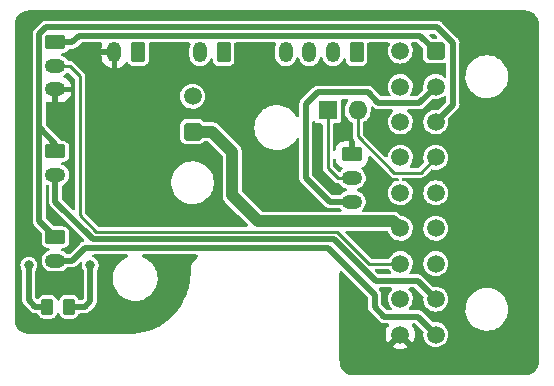
<source format=gbr>
%TF.GenerationSoftware,KiCad,Pcbnew,(6.0.5-0)*%
%TF.CreationDate,2022-06-04T20:42:06+08:00*%
%TF.ProjectId,StealthBurner,53746561-6c74-4684-9275-726e65722e6b,Bata2*%
%TF.SameCoordinates,Original*%
%TF.FileFunction,Copper,L1,Top*%
%TF.FilePolarity,Positive*%
%FSLAX46Y46*%
G04 Gerber Fmt 4.6, Leading zero omitted, Abs format (unit mm)*
G04 Created by KiCad (PCBNEW (6.0.5-0)) date 2022-06-04 20:42:06*
%MOMM*%
%LPD*%
G01*
G04 APERTURE LIST*
G04 Aperture macros list*
%AMRoundRect*
0 Rectangle with rounded corners*
0 $1 Rounding radius*
0 $2 $3 $4 $5 $6 $7 $8 $9 X,Y pos of 4 corners*
0 Add a 4 corners polygon primitive as box body*
4,1,4,$2,$3,$4,$5,$6,$7,$8,$9,$2,$3,0*
0 Add four circle primitives for the rounded corners*
1,1,$1+$1,$2,$3*
1,1,$1+$1,$4,$5*
1,1,$1+$1,$6,$7*
1,1,$1+$1,$8,$9*
0 Add four rect primitives between the rounded corners*
20,1,$1+$1,$2,$3,$4,$5,0*
20,1,$1+$1,$4,$5,$6,$7,0*
20,1,$1+$1,$6,$7,$8,$9,0*
20,1,$1+$1,$8,$9,$2,$3,0*%
G04 Aperture macros list end*
%TA.AperFunction,ComponentPad*%
%ADD10O,1.200000X1.750000*%
%TD*%
%TA.AperFunction,ComponentPad*%
%ADD11RoundRect,0.250000X0.350000X0.625000X-0.350000X0.625000X-0.350000X-0.625000X0.350000X-0.625000X0*%
%TD*%
%TA.AperFunction,SMDPad,CuDef*%
%ADD12RoundRect,0.250000X0.262500X0.450000X-0.262500X0.450000X-0.262500X-0.450000X0.262500X-0.450000X0*%
%TD*%
%TA.AperFunction,ComponentPad*%
%ADD13O,1.750000X1.200000*%
%TD*%
%TA.AperFunction,ComponentPad*%
%ADD14RoundRect,0.250000X-0.625000X0.350000X-0.625000X-0.350000X0.625000X-0.350000X0.625000X0.350000X0*%
%TD*%
%TA.AperFunction,ComponentPad*%
%ADD15C,1.500000*%
%TD*%
%TA.AperFunction,ComponentPad*%
%ADD16RoundRect,0.250001X-0.499999X0.499999X-0.499999X-0.499999X0.499999X-0.499999X0.499999X0.499999X0*%
%TD*%
%TA.AperFunction,ComponentPad*%
%ADD17RoundRect,0.250001X0.499999X0.499999X-0.499999X0.499999X-0.499999X-0.499999X0.499999X-0.499999X0*%
%TD*%
%TA.AperFunction,ComponentPad*%
%ADD18O,1.600000X1.600000*%
%TD*%
%TA.AperFunction,ComponentPad*%
%ADD19R,1.600000X1.600000*%
%TD*%
%TA.AperFunction,ViaPad*%
%ADD20C,0.800000*%
%TD*%
%TA.AperFunction,Conductor*%
%ADD21C,0.500000*%
%TD*%
%TA.AperFunction,Conductor*%
%ADD22C,0.254000*%
%TD*%
%TA.AperFunction,Conductor*%
%ADD23C,1.000000*%
%TD*%
G04 APERTURE END LIST*
D10*
%TO.P,J5,2,Pin_2*%
%TO.N,GND*%
X134250000Y-92850000D03*
D11*
%TO.P,J5,1,Pin_1*%
%TO.N,/FS*%
X136250000Y-92850000D03*
%TD*%
D12*
%TO.P,TH1,2*%
%TO.N,GNDA*%
X128575000Y-114400000D03*
%TO.P,TH1,1*%
%TO.N,/CBT*%
X130400000Y-114400000D03*
%TD*%
D13*
%TO.P,J8,3,Pin_3*%
%TO.N,GND*%
X129250000Y-96000000D03*
%TO.P,J8,2,Pin_2*%
%TO.N,/DATA*%
X129250000Y-94000000D03*
D14*
%TO.P,J8,1,Pin_1*%
%TO.N,+5V*%
X129250000Y-92000000D03*
%TD*%
D13*
%TO.P,J6,2,Pin_2*%
%TO.N,/HEF*%
X129250000Y-110500000D03*
D14*
%TO.P,J6,1,Pin_1*%
%TO.N,/V_FAN*%
X129250000Y-108500000D03*
%TD*%
D15*
%TO.P,J9,18,Pin_18*%
%TO.N,GND*%
X158450000Y-116750000D03*
%TO.P,J9,17,Pin_17*%
%TO.N,GNDA*%
X158450000Y-113750000D03*
%TO.P,J9,16,Pin_16*%
%TO.N,/DATA*%
X158450000Y-110750000D03*
%TO.P,J9,15,Pin_15*%
%TO.N,/HE+*%
X158450000Y-107750000D03*
%TO.P,J9,14,Pin_14*%
%TO.N,/HE-*%
X158450000Y-104750000D03*
%TO.P,J9,13,Pin_13*%
%TO.N,/B-*%
X158450000Y-101750000D03*
%TO.P,J9,12,Pin_12*%
%TO.N,/B+*%
X158450000Y-98750000D03*
%TO.P,J9,11,Pin_11*%
%TO.N,/A-*%
X158450000Y-95750000D03*
%TO.P,J9,10,Pin_10*%
%TO.N,/A+*%
X158450000Y-92750000D03*
%TO.P,J9,9,Pin_9*%
%TO.N,/HEF*%
X161450000Y-116750000D03*
%TO.P,J9,8,Pin_8*%
%TO.N,/PCF*%
X161450000Y-113750000D03*
%TO.P,J9,7,Pin_7*%
%TO.N,/HET*%
X161450000Y-110750000D03*
%TO.P,J9,6,Pin_6*%
%TO.N,/CBT*%
X161450000Y-107750000D03*
%TO.P,J9,5,Pin_5*%
%TO.N,/FS*%
X161450000Y-104750000D03*
%TO.P,J9,4,Pin_4*%
%TO.N,/P_SIG*%
X161450000Y-101750000D03*
%TO.P,J9,3,Pin_3*%
%TO.N,/V_FAN*%
X161450000Y-98750000D03*
%TO.P,J9,2,Pin_2*%
%TO.N,+24V*%
X161450000Y-95750000D03*
D16*
%TO.P,J9,1,Pin_1*%
%TO.N,+5V*%
X161450000Y-92750000D03*
%TD*%
D10*
%TO.P,J2,4,Pin_4*%
%TO.N,/B-*%
X148750000Y-92850000D03*
%TO.P,J2,3,Pin_3*%
%TO.N,/B+*%
X150750000Y-92850000D03*
%TO.P,J2,2,Pin_2*%
%TO.N,/A-*%
X152750000Y-92850000D03*
D11*
%TO.P,J2,1,Pin_1*%
%TO.N,/A+*%
X154750000Y-92850000D03*
%TD*%
D15*
%TO.P,J3,2,Pin_2*%
%TO.N,/HE-*%
X140860000Y-96575000D03*
D17*
%TO.P,J3,1,Pin_1*%
%TO.N,/HE+*%
X140860000Y-99575000D03*
%TD*%
D18*
%TO.P,D1,2,A*%
%TO.N,/P_SIG*%
X154840000Y-97770000D03*
D19*
%TO.P,D1,1,K*%
%TO.N,Net-(D1-Pad1)*%
X152300000Y-97770000D03*
%TD*%
D13*
%TO.P,J1,3,Pin_3*%
%TO.N,+24V*%
X154350000Y-105500000D03*
%TO.P,J1,2,Pin_2*%
%TO.N,Net-(D1-Pad1)*%
X154350000Y-103500000D03*
D14*
%TO.P,J1,1,Pin_1*%
%TO.N,GND*%
X154350000Y-101500000D03*
%TD*%
D10*
%TO.P,J4,2,Pin_2*%
%TO.N,GNDA*%
X141500000Y-92850000D03*
D11*
%TO.P,J4,1,Pin_1*%
%TO.N,/HET*%
X143500000Y-92850000D03*
%TD*%
D13*
%TO.P,J7,2,Pin_2*%
%TO.N,/PCF*%
X129250000Y-103250000D03*
D14*
%TO.P,J7,1,Pin_1*%
%TO.N,/V_FAN*%
X129250000Y-101250000D03*
%TD*%
D20*
%TO.N,GND*%
X134830000Y-99890000D03*
X155290000Y-118540000D03*
X147150000Y-96040000D03*
X126840000Y-90250000D03*
X168770000Y-91170000D03*
X138390000Y-95670000D03*
X168760000Y-118460000D03*
X145960000Y-102340000D03*
X165860000Y-107630000D03*
X134150000Y-115720000D03*
X165910000Y-101820000D03*
X139380000Y-100710000D03*
X155270000Y-114950000D03*
X153800000Y-99970000D03*
X156580000Y-109400000D03*
%TO.N,GNDA*%
X126990000Y-110880000D03*
%TO.N,/CBT*%
X132200000Y-110880000D03*
%TD*%
D21*
%TO.N,+5V*%
X131218520Y-91471480D02*
X160156480Y-91471480D01*
X129250000Y-92000000D02*
X130690000Y-92000000D01*
X130690000Y-92000000D02*
X131218520Y-91471480D01*
X160156480Y-91471480D02*
X161435000Y-92750000D01*
%TO.N,GNDA*%
X127540000Y-114400000D02*
X128575000Y-114400000D01*
X126990000Y-110880000D02*
X126990000Y-113850000D01*
X126990000Y-113850000D02*
X127540000Y-114400000D01*
D22*
%TO.N,Net-(D1-Pad1)*%
X152300000Y-102630000D02*
X153170000Y-103500000D01*
X153170000Y-103500000D02*
X154350000Y-103500000D01*
X152300000Y-97770000D02*
X152300000Y-102630000D01*
D21*
%TO.N,+24V*%
X160055000Y-97130000D02*
X156590000Y-97130000D01*
X150450000Y-103490000D02*
X152460000Y-105500000D01*
X156590000Y-97130000D02*
X155710000Y-96250000D01*
X150450000Y-97240000D02*
X150450000Y-103490000D01*
X161435000Y-95750000D02*
X160055000Y-97130000D01*
X151440000Y-96250000D02*
X150450000Y-97240000D01*
X152460000Y-105500000D02*
X154350000Y-105500000D01*
X155710000Y-96250000D02*
X151440000Y-96250000D01*
D23*
%TO.N,/HE+*%
X140860000Y-99575000D02*
X142515000Y-99575000D01*
X146406000Y-107156000D02*
X157856000Y-107156000D01*
X157856000Y-107156000D02*
X158450000Y-107750000D01*
X142515000Y-99575000D02*
X144220000Y-101280000D01*
X144220000Y-104970000D02*
X146406000Y-107156000D01*
X144220000Y-101280000D02*
X144220000Y-104970000D01*
D21*
%TO.N,/HEF*%
X159940000Y-115240000D02*
X157100000Y-115240000D01*
X156270000Y-114410000D02*
X156270000Y-113367740D01*
X156270000Y-113367740D02*
X152322821Y-109420561D01*
X161450000Y-116750000D02*
X159940000Y-115240000D01*
X130650000Y-110500000D02*
X129250000Y-110500000D01*
X157100000Y-115240000D02*
X156270000Y-114410000D01*
X131729439Y-109420561D02*
X130650000Y-110500000D01*
X152322821Y-109420561D02*
X131729439Y-109420561D01*
%TO.N,/PCF*%
X129250000Y-103250000D02*
X129250000Y-105490000D01*
X159910000Y-112210000D02*
X161450000Y-113750000D01*
X132427041Y-108667041D02*
X152827041Y-108667041D01*
X129250000Y-105490000D02*
X132427041Y-108667041D01*
X156370000Y-112210000D02*
X159910000Y-112210000D01*
X152827041Y-108667041D02*
X156370000Y-112210000D01*
D22*
%TO.N,/DATA*%
X158450000Y-110750000D02*
X155801690Y-110750000D01*
X130450000Y-94000000D02*
X129250000Y-94000000D01*
X131320000Y-94870000D02*
X130450000Y-94000000D01*
X132688212Y-108036522D02*
X131320000Y-106668310D01*
X155801690Y-110750000D02*
X153088212Y-108036522D01*
X131320000Y-106668310D02*
X131320000Y-94870000D01*
X153088212Y-108036522D02*
X132688212Y-108036522D01*
D21*
%TO.N,/CBT*%
X132200000Y-113920000D02*
X132200000Y-110880000D01*
X131720000Y-114400000D02*
X132200000Y-113920000D01*
X130400000Y-114400000D02*
X131720000Y-114400000D01*
%TO.N,/V_FAN*%
X162910000Y-92070000D02*
X162910000Y-97290000D01*
X127871480Y-99218520D02*
X127871480Y-107121480D01*
X162910000Y-97290000D02*
X161450000Y-98750000D01*
X127871480Y-91337882D02*
X128491402Y-90717960D01*
X129250000Y-100597040D02*
X127871480Y-99218520D01*
X127871480Y-99218520D02*
X127871480Y-91337882D01*
X128491402Y-90717960D02*
X161557960Y-90717960D01*
X161557960Y-90717960D02*
X162910000Y-92070000D01*
X129250000Y-108500000D02*
X127871480Y-107121480D01*
X129250000Y-101250000D02*
X129250000Y-100597040D01*
D22*
%TO.N,/P_SIG*%
X160160000Y-103040000D02*
X161450000Y-101750000D01*
X157920000Y-103040000D02*
X160160000Y-103040000D01*
X154840000Y-99960000D02*
X157920000Y-103040000D01*
X154840000Y-97770000D02*
X154840000Y-99960000D01*
%TD*%
%TA.AperFunction,Conductor*%
%TO.N,GND*%
G36*
X168984563Y-89302414D02*
G01*
X168989145Y-89303222D01*
X169000000Y-89305136D01*
X169010856Y-89303222D01*
X169021878Y-89303222D01*
X169021878Y-89303779D01*
X169034152Y-89303188D01*
X169177759Y-89314490D01*
X169197285Y-89317583D01*
X169361030Y-89356895D01*
X169379824Y-89363001D01*
X169535405Y-89427445D01*
X169553010Y-89436415D01*
X169696597Y-89524405D01*
X169712592Y-89536027D01*
X169840634Y-89645385D01*
X169854615Y-89659366D01*
X169963973Y-89787408D01*
X169975594Y-89803401D01*
X170063585Y-89946990D01*
X170072555Y-89964595D01*
X170100888Y-90032996D01*
X170136997Y-90120171D01*
X170143105Y-90138970D01*
X170180836Y-90296127D01*
X170182417Y-90302714D01*
X170185510Y-90322241D01*
X170187268Y-90344574D01*
X170196812Y-90465845D01*
X170196221Y-90478122D01*
X170196778Y-90478122D01*
X170196778Y-90489144D01*
X170194864Y-90500000D01*
X170196778Y-90510855D01*
X170197586Y-90515437D01*
X170199500Y-90537317D01*
X170199500Y-118962683D01*
X170197586Y-118984563D01*
X170194864Y-119000000D01*
X170196778Y-119010856D01*
X170196778Y-119021878D01*
X170196221Y-119021878D01*
X170196812Y-119034155D01*
X170185510Y-119177758D01*
X170182417Y-119197285D01*
X170173239Y-119235517D01*
X170143107Y-119361025D01*
X170136999Y-119379824D01*
X170072555Y-119535405D01*
X170063585Y-119553010D01*
X169979331Y-119690500D01*
X169975595Y-119696597D01*
X169963973Y-119712592D01*
X169854615Y-119840634D01*
X169840634Y-119854615D01*
X169712592Y-119963973D01*
X169696599Y-119975594D01*
X169553010Y-120063585D01*
X169535405Y-120072555D01*
X169379824Y-120136999D01*
X169361030Y-120143105D01*
X169197286Y-120182417D01*
X169177759Y-120185510D01*
X169034152Y-120196812D01*
X169021878Y-120196221D01*
X169021878Y-120196778D01*
X169010856Y-120196778D01*
X169000000Y-120194864D01*
X168989145Y-120196778D01*
X168984563Y-120197586D01*
X168962683Y-120199500D01*
X154537317Y-120199500D01*
X154515437Y-120197586D01*
X154510855Y-120196778D01*
X154500000Y-120194864D01*
X154489144Y-120196778D01*
X154478122Y-120196778D01*
X154478122Y-120196221D01*
X154465848Y-120196812D01*
X154322241Y-120185510D01*
X154302714Y-120182417D01*
X154138970Y-120143105D01*
X154120176Y-120136999D01*
X153964595Y-120072555D01*
X153946990Y-120063585D01*
X153803401Y-119975594D01*
X153787408Y-119963973D01*
X153659366Y-119854615D01*
X153645385Y-119840634D01*
X153536027Y-119712592D01*
X153524405Y-119696597D01*
X153520669Y-119690500D01*
X153436415Y-119553010D01*
X153427445Y-119535405D01*
X153363001Y-119379824D01*
X153356893Y-119361025D01*
X153326762Y-119235517D01*
X153317583Y-119197285D01*
X153314490Y-119177758D01*
X153303188Y-119034155D01*
X153303779Y-119021878D01*
X153303222Y-119021878D01*
X153303222Y-119010856D01*
X153305136Y-119000000D01*
X153302414Y-118984563D01*
X153300500Y-118962683D01*
X153300500Y-117792088D01*
X157766810Y-117792088D01*
X157776106Y-117804103D01*
X157818104Y-117833510D01*
X157827599Y-117838993D01*
X158015860Y-117926780D01*
X158026152Y-117930526D01*
X158226796Y-117984288D01*
X158237591Y-117986191D01*
X158444525Y-118004296D01*
X158455475Y-118004296D01*
X158662409Y-117986191D01*
X158673204Y-117984288D01*
X158873848Y-117930526D01*
X158884140Y-117926780D01*
X159072401Y-117838993D01*
X159081896Y-117833510D01*
X159124732Y-117803516D01*
X159133107Y-117793039D01*
X159126039Y-117779592D01*
X158462812Y-117116365D01*
X158448868Y-117108751D01*
X158447035Y-117108882D01*
X158440420Y-117113133D01*
X157773240Y-117780313D01*
X157766810Y-117792088D01*
X153300500Y-117792088D01*
X153300500Y-111537317D01*
X153302414Y-111515437D01*
X153303222Y-111510853D01*
X153305136Y-111500000D01*
X153303906Y-111493022D01*
X153303341Y-111484403D01*
X153312939Y-111451718D01*
X153319398Y-111422935D01*
X153322205Y-111420165D01*
X153323227Y-111416684D01*
X153343727Y-111398922D01*
X153369927Y-111373062D01*
X153374744Y-111372047D01*
X153376884Y-111370193D01*
X153421003Y-111359076D01*
X153421416Y-111359049D01*
X153421620Y-111362170D01*
X153439398Y-111358424D01*
X153505755Y-111383670D01*
X153518676Y-111394941D01*
X154531834Y-112408098D01*
X155682595Y-113558859D01*
X155716621Y-113621171D01*
X155719500Y-113647954D01*
X155719500Y-114395007D01*
X155719389Y-114400283D01*
X155716790Y-114462294D01*
X155718752Y-114470659D01*
X155726727Y-114504662D01*
X155728890Y-114516333D01*
X155734794Y-114559432D01*
X155738206Y-114567316D01*
X155738206Y-114567317D01*
X155740765Y-114573230D01*
X155747799Y-114594499D01*
X155751232Y-114609136D01*
X155755369Y-114616661D01*
X155755370Y-114616664D01*
X155772195Y-114647268D01*
X155777411Y-114657913D01*
X155794695Y-114697855D01*
X155804158Y-114709541D01*
X155816645Y-114728125D01*
X155823893Y-114741308D01*
X155830897Y-114749422D01*
X155855433Y-114773958D01*
X155864258Y-114783759D01*
X155882060Y-114805742D01*
X155889614Y-114815070D01*
X155896613Y-114820044D01*
X155896614Y-114820045D01*
X155904946Y-114825966D01*
X155921051Y-114839576D01*
X156700130Y-115618654D01*
X156703783Y-115622464D01*
X156745799Y-115668156D01*
X156753099Y-115672682D01*
X156753100Y-115672683D01*
X156782783Y-115691087D01*
X156792553Y-115697801D01*
X156827216Y-115724112D01*
X156841193Y-115729646D01*
X156861202Y-115739709D01*
X156866688Y-115743111D01*
X156866692Y-115743113D01*
X156873986Y-115747635D01*
X156882228Y-115750029D01*
X156882231Y-115750031D01*
X156915784Y-115759779D01*
X156926997Y-115763618D01*
X156967453Y-115779635D01*
X156975996Y-115780533D01*
X156975997Y-115780533D01*
X156982402Y-115781206D01*
X157004380Y-115785518D01*
X157018825Y-115789715D01*
X157025408Y-115790198D01*
X157025411Y-115790199D01*
X157027208Y-115790331D01*
X157027219Y-115790331D01*
X157029515Y-115790500D01*
X157064219Y-115790500D01*
X157077390Y-115791190D01*
X157117454Y-115795401D01*
X157125919Y-115793969D01*
X157125928Y-115793969D01*
X157136000Y-115792265D01*
X157157013Y-115790500D01*
X157353837Y-115790500D01*
X157421958Y-115810502D01*
X157468451Y-115864158D01*
X157478555Y-115934432D01*
X157457050Y-115988771D01*
X157366490Y-116118104D01*
X157361007Y-116127600D01*
X157273220Y-116315860D01*
X157269474Y-116326152D01*
X157215712Y-116526796D01*
X157213809Y-116537591D01*
X157195704Y-116744525D01*
X157195704Y-116755475D01*
X157213809Y-116962409D01*
X157215712Y-116973204D01*
X157269474Y-117173848D01*
X157273220Y-117184140D01*
X157361010Y-117372406D01*
X157366488Y-117381892D01*
X157396484Y-117424731D01*
X157406961Y-117433106D01*
X157420409Y-117426038D01*
X158360905Y-116485542D01*
X158423217Y-116451516D01*
X158494032Y-116456581D01*
X158539095Y-116485542D01*
X159480313Y-117426760D01*
X159492087Y-117433190D01*
X159504103Y-117423893D01*
X159533512Y-117381892D01*
X159538990Y-117372406D01*
X159626780Y-117184140D01*
X159630526Y-117173848D01*
X159684288Y-116973204D01*
X159686191Y-116962409D01*
X159704296Y-116755475D01*
X159704296Y-116744525D01*
X159686191Y-116537591D01*
X159684288Y-116526796D01*
X159630526Y-116326152D01*
X159626780Y-116315860D01*
X159538993Y-116127600D01*
X159533510Y-116118104D01*
X159442950Y-115988771D01*
X159420262Y-115921497D01*
X159437547Y-115852636D01*
X159489317Y-115804052D01*
X159546163Y-115790500D01*
X159659785Y-115790500D01*
X159727906Y-115810502D01*
X159748880Y-115827405D01*
X160378087Y-116456612D01*
X160412113Y-116518924D01*
X160414207Y-116559749D01*
X160394520Y-116735262D01*
X160395036Y-116741406D01*
X160410999Y-116931497D01*
X160411759Y-116940553D01*
X160413458Y-116946478D01*
X160460027Y-117108882D01*
X160468544Y-117138586D01*
X160471359Y-117144063D01*
X160471360Y-117144066D01*
X160559897Y-117316341D01*
X160562712Y-117321818D01*
X160690677Y-117483270D01*
X160847564Y-117616791D01*
X161027398Y-117717297D01*
X161122238Y-117748113D01*
X161217471Y-117779056D01*
X161217475Y-117779057D01*
X161223329Y-117780959D01*
X161427894Y-117805351D01*
X161434029Y-117804879D01*
X161434031Y-117804879D01*
X161490039Y-117800569D01*
X161633300Y-117789546D01*
X161639230Y-117787890D01*
X161639232Y-117787890D01*
X161825797Y-117735800D01*
X161825796Y-117735800D01*
X161831725Y-117734145D01*
X161837214Y-117731372D01*
X161837220Y-117731370D01*
X162010116Y-117644033D01*
X162015610Y-117641258D01*
X162177951Y-117514424D01*
X162312564Y-117358472D01*
X162333387Y-117321818D01*
X162378229Y-117242881D01*
X162414323Y-117179344D01*
X162479351Y-116983863D01*
X162505171Y-116779474D01*
X162505390Y-116763806D01*
X162505534Y-116753522D01*
X162505534Y-116753518D01*
X162505583Y-116750000D01*
X162485480Y-116544970D01*
X162425935Y-116347749D01*
X162329218Y-116165849D01*
X162251176Y-116070160D01*
X162202906Y-116010975D01*
X162202903Y-116010972D01*
X162199011Y-116006200D01*
X162177943Y-115988771D01*
X162045025Y-115878811D01*
X162045021Y-115878809D01*
X162040275Y-115874882D01*
X161875001Y-115785519D01*
X161864474Y-115779827D01*
X161859055Y-115776897D01*
X161662254Y-115715977D01*
X161656129Y-115715333D01*
X161656128Y-115715333D01*
X161463498Y-115695087D01*
X161463496Y-115695087D01*
X161457369Y-115694443D01*
X161255468Y-115712817D01*
X161185816Y-115699072D01*
X161154955Y-115676431D01*
X160339882Y-114861358D01*
X160336229Y-114857549D01*
X160328634Y-114849290D01*
X160294201Y-114811844D01*
X160257198Y-114788901D01*
X160247448Y-114782200D01*
X160212783Y-114755888D01*
X160198804Y-114750354D01*
X160178801Y-114740293D01*
X160166014Y-114732365D01*
X160157763Y-114729968D01*
X160157761Y-114729967D01*
X160124228Y-114720225D01*
X160112995Y-114716379D01*
X160083066Y-114704529D01*
X160072547Y-114700364D01*
X160064006Y-114699466D01*
X160064005Y-114699466D01*
X160057592Y-114698792D01*
X160035617Y-114694480D01*
X160021175Y-114690285D01*
X160013692Y-114689735D01*
X160012792Y-114689669D01*
X160012781Y-114689669D01*
X160010485Y-114689500D01*
X159975783Y-114689500D01*
X159962613Y-114688810D01*
X159952384Y-114687735D01*
X159922546Y-114684599D01*
X159914081Y-114686031D01*
X159914072Y-114686031D01*
X159904000Y-114687735D01*
X159882987Y-114689500D01*
X159302038Y-114689500D01*
X159233917Y-114669498D01*
X159187424Y-114615842D01*
X159177320Y-114545568D01*
X159206656Y-114481170D01*
X159308536Y-114363140D01*
X159308542Y-114363132D01*
X159312564Y-114358472D01*
X159320867Y-114343857D01*
X159357132Y-114280019D01*
X159414323Y-114179344D01*
X159479351Y-113983863D01*
X159505171Y-113779474D01*
X159505583Y-113750000D01*
X159485480Y-113544970D01*
X159425935Y-113347749D01*
X159329218Y-113165849D01*
X159219587Y-113031428D01*
X159202906Y-113010975D01*
X159202903Y-113010972D01*
X159199011Y-113006200D01*
X159193021Y-113001244D01*
X159171674Y-112983585D01*
X159131936Y-112924751D01*
X159130313Y-112853773D01*
X159167322Y-112793186D01*
X159231212Y-112762225D01*
X159251989Y-112760500D01*
X159629785Y-112760500D01*
X159697906Y-112780502D01*
X159718880Y-112797405D01*
X160378087Y-113456612D01*
X160412113Y-113518924D01*
X160414207Y-113559749D01*
X160394520Y-113735262D01*
X160395036Y-113741406D01*
X160411178Y-113933629D01*
X160411759Y-113940553D01*
X160413458Y-113946478D01*
X160458695Y-114104237D01*
X160468544Y-114138586D01*
X160471359Y-114144063D01*
X160471360Y-114144066D01*
X160537157Y-114272094D01*
X160562712Y-114321818D01*
X160690677Y-114483270D01*
X160695370Y-114487264D01*
X160695371Y-114487265D01*
X160749217Y-114533091D01*
X160847564Y-114616791D01*
X161027398Y-114717297D01*
X161087705Y-114736892D01*
X161217471Y-114779056D01*
X161217475Y-114779057D01*
X161223329Y-114780959D01*
X161427894Y-114805351D01*
X161434029Y-114804879D01*
X161434031Y-114804879D01*
X161490039Y-114800569D01*
X161633300Y-114789546D01*
X161639230Y-114787890D01*
X161639232Y-114787890D01*
X161777009Y-114749422D01*
X161831725Y-114734145D01*
X161837214Y-114731372D01*
X161837220Y-114731370D01*
X161859281Y-114720226D01*
X163967819Y-114720226D01*
X164003907Y-114985395D01*
X164078792Y-115242317D01*
X164080752Y-115246570D01*
X164080753Y-115246571D01*
X164091568Y-115270030D01*
X164190831Y-115485348D01*
X164222830Y-115534155D01*
X164334996Y-115705236D01*
X164335000Y-115705241D01*
X164337562Y-115709149D01*
X164374051Y-115750031D01*
X164473117Y-115861025D01*
X164515760Y-115908803D01*
X164721512Y-116079925D01*
X164725505Y-116082348D01*
X164946306Y-116216334D01*
X164946310Y-116216336D01*
X164950298Y-116218756D01*
X164954606Y-116220563D01*
X164954607Y-116220563D01*
X165192776Y-116320436D01*
X165192781Y-116320438D01*
X165197091Y-116322245D01*
X165201623Y-116323396D01*
X165201626Y-116323397D01*
X165451933Y-116386967D01*
X165451936Y-116386968D01*
X165456470Y-116388119D01*
X165461126Y-116388588D01*
X165461127Y-116388588D01*
X165675602Y-116410184D01*
X165675603Y-116410184D01*
X165678741Y-116410500D01*
X165837944Y-116410500D01*
X165840267Y-116410327D01*
X165840277Y-116410327D01*
X166032212Y-116396064D01*
X166032216Y-116396063D01*
X166036877Y-116395717D01*
X166041441Y-116394684D01*
X166041443Y-116394684D01*
X166248863Y-116347749D01*
X166297891Y-116336655D01*
X166331984Y-116323397D01*
X166542956Y-116241355D01*
X166542958Y-116241354D01*
X166547309Y-116239662D01*
X166588125Y-116216334D01*
X166684811Y-116161073D01*
X166779650Y-116106868D01*
X166989811Y-115941190D01*
X167173175Y-115746269D01*
X167325714Y-115526385D01*
X167329761Y-115518178D01*
X167442011Y-115290559D01*
X167442012Y-115290556D01*
X167444076Y-115286371D01*
X167456324Y-115248110D01*
X167524239Y-115035942D01*
X167525662Y-115031497D01*
X167564989Y-114790018D01*
X167567927Y-114771976D01*
X167567927Y-114771975D01*
X167568678Y-114767364D01*
X167571400Y-114559432D01*
X167572120Y-114504451D01*
X167572120Y-114504448D01*
X167572181Y-114499774D01*
X167536093Y-114234605D01*
X167521576Y-114184797D01*
X167485357Y-114060537D01*
X167461208Y-113977683D01*
X167451366Y-113956333D01*
X167418315Y-113884641D01*
X167349169Y-113734652D01*
X167286971Y-113639784D01*
X167205004Y-113514764D01*
X167205000Y-113514759D01*
X167202438Y-113510851D01*
X167056864Y-113347749D01*
X167027357Y-113314689D01*
X167027355Y-113314687D01*
X167024240Y-113311197D01*
X166818488Y-113140075D01*
X166732289Y-113087768D01*
X166593694Y-113003666D01*
X166593690Y-113003664D01*
X166589702Y-113001244D01*
X166584608Y-112999108D01*
X166347224Y-112899564D01*
X166347219Y-112899562D01*
X166342909Y-112897755D01*
X166338377Y-112896604D01*
X166338374Y-112896603D01*
X166088067Y-112833033D01*
X166088064Y-112833032D01*
X166083530Y-112831881D01*
X166078874Y-112831412D01*
X166078873Y-112831412D01*
X165864398Y-112809816D01*
X165864397Y-112809816D01*
X165861259Y-112809500D01*
X165702056Y-112809500D01*
X165699733Y-112809673D01*
X165699723Y-112809673D01*
X165507788Y-112823936D01*
X165507784Y-112823937D01*
X165503123Y-112824283D01*
X165498559Y-112825316D01*
X165498557Y-112825316D01*
X165459482Y-112834158D01*
X165242109Y-112883345D01*
X165237757Y-112885037D01*
X165237755Y-112885038D01*
X164997044Y-112978645D01*
X164997042Y-112978646D01*
X164992691Y-112980338D01*
X164988637Y-112982655D01*
X164988635Y-112982656D01*
X164939087Y-113010975D01*
X164760350Y-113113132D01*
X164550189Y-113278810D01*
X164366825Y-113473731D01*
X164214286Y-113693615D01*
X164212220Y-113697804D01*
X164212219Y-113697806D01*
X164107040Y-113911089D01*
X164095924Y-113933629D01*
X164094502Y-113938072D01*
X164094501Y-113938074D01*
X164077971Y-113989715D01*
X164014338Y-114188503D01*
X163971322Y-114452636D01*
X163970035Y-114550919D01*
X163967897Y-114714290D01*
X163967819Y-114720226D01*
X161859281Y-114720226D01*
X161982605Y-114657930D01*
X162015610Y-114641258D01*
X162177951Y-114514424D01*
X162186378Y-114504662D01*
X162308540Y-114363134D01*
X162308540Y-114363133D01*
X162312564Y-114358472D01*
X162320867Y-114343857D01*
X162357132Y-114280019D01*
X162414323Y-114179344D01*
X162479351Y-113983863D01*
X162505171Y-113779474D01*
X162505583Y-113750000D01*
X162485480Y-113544970D01*
X162425935Y-113347749D01*
X162329218Y-113165849D01*
X162219587Y-113031428D01*
X162202906Y-113010975D01*
X162202903Y-113010972D01*
X162199011Y-113006200D01*
X162194262Y-113002271D01*
X162045025Y-112878811D01*
X162045021Y-112878809D01*
X162040275Y-112874882D01*
X161859055Y-112776897D01*
X161662254Y-112715977D01*
X161656129Y-112715333D01*
X161656128Y-112715333D01*
X161463498Y-112695087D01*
X161463496Y-112695087D01*
X161457369Y-112694443D01*
X161255468Y-112712817D01*
X161185816Y-112699072D01*
X161154955Y-112676431D01*
X160309882Y-111831358D01*
X160306229Y-111827549D01*
X160270015Y-111788167D01*
X160264201Y-111781844D01*
X160227198Y-111758901D01*
X160217448Y-111752200D01*
X160182783Y-111725888D01*
X160168804Y-111720354D01*
X160148801Y-111710293D01*
X160136014Y-111702365D01*
X160127763Y-111699968D01*
X160127761Y-111699967D01*
X160094228Y-111690225D01*
X160082995Y-111686379D01*
X160042547Y-111670364D01*
X160034006Y-111669466D01*
X160034005Y-111669466D01*
X160027592Y-111668792D01*
X160005617Y-111664480D01*
X159991175Y-111660285D01*
X159983692Y-111659736D01*
X159982792Y-111659669D01*
X159982781Y-111659669D01*
X159980485Y-111659500D01*
X159945783Y-111659500D01*
X159932613Y-111658810D01*
X159922384Y-111657735D01*
X159892546Y-111654599D01*
X159884081Y-111656031D01*
X159884072Y-111656031D01*
X159874000Y-111657735D01*
X159852987Y-111659500D01*
X159327933Y-111659500D01*
X159259812Y-111639498D01*
X159213319Y-111585842D01*
X159203215Y-111515568D01*
X159232551Y-111451170D01*
X159308536Y-111363140D01*
X159308542Y-111363132D01*
X159312564Y-111358472D01*
X159333387Y-111321818D01*
X159391257Y-111219947D01*
X159414323Y-111179344D01*
X159479351Y-110983863D01*
X159505171Y-110779474D01*
X159505583Y-110750000D01*
X159504138Y-110735262D01*
X160394520Y-110735262D01*
X160395036Y-110741406D01*
X160406707Y-110880386D01*
X160411759Y-110940553D01*
X160416983Y-110958770D01*
X160460430Y-111110288D01*
X160468544Y-111138586D01*
X160471359Y-111144063D01*
X160471360Y-111144066D01*
X160543743Y-111284909D01*
X160562712Y-111321818D01*
X160690677Y-111483270D01*
X160695370Y-111487264D01*
X160695371Y-111487265D01*
X160735063Y-111521045D01*
X160847564Y-111616791D01*
X160852942Y-111619797D01*
X160852944Y-111619798D01*
X160922748Y-111658810D01*
X161027398Y-111717297D01*
X161122238Y-111748113D01*
X161217471Y-111779056D01*
X161217475Y-111779057D01*
X161223329Y-111780959D01*
X161427894Y-111805351D01*
X161434029Y-111804879D01*
X161434031Y-111804879D01*
X161490039Y-111800569D01*
X161633300Y-111789546D01*
X161639230Y-111787890D01*
X161639232Y-111787890D01*
X161763104Y-111753304D01*
X161831725Y-111734145D01*
X161837214Y-111731372D01*
X161837220Y-111731370D01*
X161986364Y-111656031D01*
X162015610Y-111641258D01*
X162177951Y-111514424D01*
X162190402Y-111500000D01*
X162308540Y-111363134D01*
X162308540Y-111363133D01*
X162312564Y-111358472D01*
X162333387Y-111321818D01*
X162391257Y-111219947D01*
X162414323Y-111179344D01*
X162479351Y-110983863D01*
X162505171Y-110779474D01*
X162505583Y-110750000D01*
X162485480Y-110544970D01*
X162425935Y-110347749D01*
X162329218Y-110165849D01*
X162232507Y-110047270D01*
X162202906Y-110010975D01*
X162202903Y-110010972D01*
X162199011Y-110006200D01*
X162178209Y-109988991D01*
X162045025Y-109878811D01*
X162045021Y-109878809D01*
X162040275Y-109874882D01*
X161859055Y-109776897D01*
X161662254Y-109715977D01*
X161656129Y-109715333D01*
X161656128Y-109715333D01*
X161463498Y-109695087D01*
X161463496Y-109695087D01*
X161457369Y-109694443D01*
X161370529Y-109702346D01*
X161258342Y-109712555D01*
X161258339Y-109712556D01*
X161252203Y-109713114D01*
X161054572Y-109771280D01*
X160872002Y-109866726D01*
X160867201Y-109870586D01*
X160867198Y-109870588D01*
X160814952Y-109912595D01*
X160711447Y-109995815D01*
X160579024Y-110153630D01*
X160576056Y-110159028D01*
X160576053Y-110159033D01*
X160497495Y-110301931D01*
X160479776Y-110334162D01*
X160417484Y-110530532D01*
X160416798Y-110536649D01*
X160416797Y-110536653D01*
X160403879Y-110651825D01*
X160394520Y-110735262D01*
X159504138Y-110735262D01*
X159485480Y-110544970D01*
X159425935Y-110347749D01*
X159329218Y-110165849D01*
X159232507Y-110047270D01*
X159202906Y-110010975D01*
X159202903Y-110010972D01*
X159199011Y-110006200D01*
X159178209Y-109988991D01*
X159045025Y-109878811D01*
X159045021Y-109878809D01*
X159040275Y-109874882D01*
X158859055Y-109776897D01*
X158662254Y-109715977D01*
X158656129Y-109715333D01*
X158656128Y-109715333D01*
X158463498Y-109695087D01*
X158463496Y-109695087D01*
X158457369Y-109694443D01*
X158370529Y-109702346D01*
X158258342Y-109712555D01*
X158258339Y-109712556D01*
X158252203Y-109713114D01*
X158054572Y-109771280D01*
X157872002Y-109866726D01*
X157867201Y-109870586D01*
X157867198Y-109870588D01*
X157814952Y-109912595D01*
X157711447Y-109995815D01*
X157579024Y-110153630D01*
X157576054Y-110159032D01*
X157576048Y-110159041D01*
X157522084Y-110257201D01*
X157471739Y-110307260D01*
X157411670Y-110322500D01*
X156030956Y-110322500D01*
X155962835Y-110302498D01*
X155941861Y-110285595D01*
X153827861Y-108171595D01*
X153793835Y-108109283D01*
X153798900Y-108038468D01*
X153841447Y-107981632D01*
X153907967Y-107956821D01*
X153916956Y-107956500D01*
X157321384Y-107956500D01*
X157389505Y-107976502D01*
X157435998Y-108030158D01*
X157442503Y-108047770D01*
X157460639Y-108111017D01*
X157468544Y-108138586D01*
X157471359Y-108144063D01*
X157471360Y-108144066D01*
X157492247Y-108184707D01*
X157562712Y-108321818D01*
X157690677Y-108483270D01*
X157847564Y-108616791D01*
X158027398Y-108717297D01*
X158122238Y-108748113D01*
X158217471Y-108779056D01*
X158217475Y-108779057D01*
X158223329Y-108780959D01*
X158427894Y-108805351D01*
X158434029Y-108804879D01*
X158434031Y-108804879D01*
X158490039Y-108800569D01*
X158633300Y-108789546D01*
X158639230Y-108787890D01*
X158639232Y-108787890D01*
X158825797Y-108735800D01*
X158825796Y-108735800D01*
X158831725Y-108734145D01*
X158837214Y-108731372D01*
X158837220Y-108731370D01*
X159010116Y-108644033D01*
X159015610Y-108641258D01*
X159177951Y-108514424D01*
X159312564Y-108358472D01*
X159333387Y-108321818D01*
X159411276Y-108184707D01*
X159414323Y-108179344D01*
X159479351Y-107983863D01*
X159505171Y-107779474D01*
X159505583Y-107750000D01*
X159504138Y-107735262D01*
X160394520Y-107735262D01*
X160411759Y-107940553D01*
X160413458Y-107946478D01*
X160460639Y-108111017D01*
X160468544Y-108138586D01*
X160471359Y-108144063D01*
X160471360Y-108144066D01*
X160492247Y-108184707D01*
X160562712Y-108321818D01*
X160690677Y-108483270D01*
X160847564Y-108616791D01*
X161027398Y-108717297D01*
X161122238Y-108748113D01*
X161217471Y-108779056D01*
X161217475Y-108779057D01*
X161223329Y-108780959D01*
X161427894Y-108805351D01*
X161434029Y-108804879D01*
X161434031Y-108804879D01*
X161490039Y-108800569D01*
X161633300Y-108789546D01*
X161639230Y-108787890D01*
X161639232Y-108787890D01*
X161825797Y-108735800D01*
X161825796Y-108735800D01*
X161831725Y-108734145D01*
X161837214Y-108731372D01*
X161837220Y-108731370D01*
X162010116Y-108644033D01*
X162015610Y-108641258D01*
X162177951Y-108514424D01*
X162312564Y-108358472D01*
X162333387Y-108321818D01*
X162411276Y-108184707D01*
X162414323Y-108179344D01*
X162479351Y-107983863D01*
X162505171Y-107779474D01*
X162505583Y-107750000D01*
X162485480Y-107544970D01*
X162425935Y-107347749D01*
X162329218Y-107165849D01*
X162255859Y-107075902D01*
X162202906Y-107010975D01*
X162202903Y-107010972D01*
X162199011Y-107006200D01*
X162107338Y-106930361D01*
X162045025Y-106878811D01*
X162045021Y-106878809D01*
X162040275Y-106874882D01*
X161859055Y-106776897D01*
X161662254Y-106715977D01*
X161656129Y-106715333D01*
X161656128Y-106715333D01*
X161463498Y-106695087D01*
X161463496Y-106695087D01*
X161457369Y-106694443D01*
X161370529Y-106702346D01*
X161258342Y-106712555D01*
X161258339Y-106712556D01*
X161252203Y-106713114D01*
X161054572Y-106771280D01*
X160872002Y-106866726D01*
X160867201Y-106870586D01*
X160867198Y-106870588D01*
X160716254Y-106991950D01*
X160711447Y-106995815D01*
X160579024Y-107153630D01*
X160576056Y-107159028D01*
X160576053Y-107159033D01*
X160519228Y-107262399D01*
X160479776Y-107334162D01*
X160417484Y-107530532D01*
X160416798Y-107536649D01*
X160416797Y-107536653D01*
X160401719Y-107671079D01*
X160394520Y-107735262D01*
X159504138Y-107735262D01*
X159485480Y-107544970D01*
X159425935Y-107347749D01*
X159329218Y-107165849D01*
X159255859Y-107075902D01*
X159202906Y-107010975D01*
X159202903Y-107010972D01*
X159199011Y-107006200D01*
X159107338Y-106930361D01*
X159045025Y-106878811D01*
X159045021Y-106878809D01*
X159040275Y-106874882D01*
X158859055Y-106776897D01*
X158662254Y-106715977D01*
X158656132Y-106715334D01*
X158656129Y-106715333D01*
X158617939Y-106711319D01*
X158579016Y-106707229D01*
X158513360Y-106680216D01*
X158503092Y-106671014D01*
X158428519Y-106596441D01*
X158427590Y-106595503D01*
X158427325Y-106595232D01*
X158365141Y-106531732D01*
X158359221Y-106527917D01*
X158359215Y-106527912D01*
X158329109Y-106508510D01*
X158318755Y-106501070D01*
X158290774Y-106478733D01*
X158285266Y-106474336D01*
X158255441Y-106459918D01*
X158242025Y-106452389D01*
X158220109Y-106438265D01*
X158214183Y-106434446D01*
X158173909Y-106419787D01*
X158162169Y-106414828D01*
X158129916Y-106399237D01*
X158129917Y-106399237D01*
X158123578Y-106396173D01*
X158116723Y-106394590D01*
X158116719Y-106394589D01*
X158097757Y-106390212D01*
X158091302Y-106388721D01*
X158076554Y-106384352D01*
X158052045Y-106375432D01*
X158052041Y-106375431D01*
X158045422Y-106373022D01*
X158002882Y-106367648D01*
X157990363Y-106365418D01*
X157948589Y-106355774D01*
X157941548Y-106355749D01*
X157941545Y-106355749D01*
X157908418Y-106355633D01*
X157907545Y-106355604D01*
X157906717Y-106355500D01*
X157870262Y-106355500D01*
X157869822Y-106355499D01*
X157772493Y-106355159D01*
X157772490Y-106355159D01*
X157769000Y-106355147D01*
X157767812Y-106355413D01*
X157766200Y-106355500D01*
X155348888Y-106355500D01*
X155280767Y-106335498D01*
X155234274Y-106281842D01*
X155224170Y-106211568D01*
X155253664Y-106146988D01*
X155264573Y-106135868D01*
X155297888Y-106105871D01*
X155323585Y-106070502D01*
X155405270Y-105958072D01*
X155405271Y-105958071D01*
X155409151Y-105952730D01*
X155486144Y-105779803D01*
X155515003Y-105644033D01*
X155524128Y-105601103D01*
X155524128Y-105601099D01*
X155525500Y-105594646D01*
X155525500Y-105405354D01*
X155523127Y-105394187D01*
X155495024Y-105261976D01*
X155486144Y-105220197D01*
X155409151Y-105047270D01*
X155370557Y-104994149D01*
X155301767Y-104899468D01*
X155297888Y-104894129D01*
X155292983Y-104889712D01*
X155162124Y-104771886D01*
X155162123Y-104771885D01*
X155157216Y-104767467D01*
X154993284Y-104672821D01*
X154830205Y-104619833D01*
X154771599Y-104579759D01*
X154743962Y-104514363D01*
X154756069Y-104444406D01*
X154804075Y-104392100D01*
X154830205Y-104380167D01*
X154946716Y-104342310D01*
X154993284Y-104327179D01*
X155157216Y-104232533D01*
X155162124Y-104228114D01*
X155292985Y-104110286D01*
X155292986Y-104110284D01*
X155297888Y-104105871D01*
X155321705Y-104073090D01*
X155405270Y-103958072D01*
X155405271Y-103958071D01*
X155409151Y-103952730D01*
X155486144Y-103779803D01*
X155517790Y-103630919D01*
X155524128Y-103601103D01*
X155524128Y-103601099D01*
X155525500Y-103594646D01*
X155525500Y-103405354D01*
X155523465Y-103395777D01*
X155505298Y-103310311D01*
X155486144Y-103220197D01*
X155409151Y-103047270D01*
X155396108Y-103029317D01*
X155301767Y-102899468D01*
X155297888Y-102894129D01*
X155286768Y-102884116D01*
X155165921Y-102775305D01*
X155128682Y-102714859D01*
X155130034Y-102643875D01*
X155169548Y-102584891D01*
X155210356Y-102562145D01*
X155288368Y-102536118D01*
X155301547Y-102529944D01*
X155437804Y-102445626D01*
X155449205Y-102436590D01*
X155562418Y-102323179D01*
X155571430Y-102311768D01*
X155655516Y-102175354D01*
X155661663Y-102162173D01*
X155712251Y-102009657D01*
X155715118Y-101996281D01*
X155724672Y-101903034D01*
X155725000Y-101896618D01*
X155725000Y-101753767D01*
X155745002Y-101685646D01*
X155798658Y-101639153D01*
X155868932Y-101629049D01*
X155933512Y-101658543D01*
X155940095Y-101664672D01*
X157594481Y-103319058D01*
X157604336Y-103330147D01*
X157617620Y-103346997D01*
X157624050Y-103355154D01*
X157631800Y-103360510D01*
X157631804Y-103360514D01*
X157669762Y-103386748D01*
X157672984Y-103389050D01*
X157695058Y-103405354D01*
X157717700Y-103422078D01*
X157724169Y-103424350D01*
X157729802Y-103428243D01*
X157738785Y-103431084D01*
X157738787Y-103431085D01*
X157782752Y-103444989D01*
X157786508Y-103446242D01*
X157830100Y-103461551D01*
X157830106Y-103461552D01*
X157838990Y-103464672D01*
X157845840Y-103464941D01*
X157852369Y-103467006D01*
X157858645Y-103467500D01*
X157908487Y-103467500D01*
X157913434Y-103467597D01*
X157967441Y-103469719D01*
X157974263Y-103467910D01*
X157981716Y-103467500D01*
X158212347Y-103467500D01*
X158280468Y-103487502D01*
X158326961Y-103541158D01*
X158337065Y-103611432D01*
X158307571Y-103676012D01*
X158247922Y-103714374D01*
X158054572Y-103771280D01*
X158049107Y-103774137D01*
X158026718Y-103785842D01*
X157872002Y-103866726D01*
X157867201Y-103870586D01*
X157867198Y-103870588D01*
X157723858Y-103985836D01*
X157711447Y-103995815D01*
X157579024Y-104153630D01*
X157576056Y-104159028D01*
X157576053Y-104159033D01*
X157489487Y-104316497D01*
X157479776Y-104334162D01*
X157417484Y-104530532D01*
X157416798Y-104536649D01*
X157416797Y-104536653D01*
X157412903Y-104571371D01*
X157394520Y-104735262D01*
X157395036Y-104741406D01*
X157410831Y-104929498D01*
X157411759Y-104940553D01*
X157413458Y-104946478D01*
X157442360Y-105047270D01*
X157468544Y-105138586D01*
X157471359Y-105144063D01*
X157471360Y-105144066D01*
X157559897Y-105316341D01*
X157562712Y-105321818D01*
X157690677Y-105483270D01*
X157695370Y-105487264D01*
X157695371Y-105487265D01*
X157829131Y-105601103D01*
X157847564Y-105616791D01*
X157852942Y-105619797D01*
X157852944Y-105619798D01*
X157872843Y-105630919D01*
X158027398Y-105717297D01*
X158090900Y-105737930D01*
X158217471Y-105779056D01*
X158217475Y-105779057D01*
X158223329Y-105780959D01*
X158427894Y-105805351D01*
X158434029Y-105804879D01*
X158434031Y-105804879D01*
X158490039Y-105800569D01*
X158633300Y-105789546D01*
X158639230Y-105787890D01*
X158639232Y-105787890D01*
X158763104Y-105753304D01*
X158831725Y-105734145D01*
X158837214Y-105731372D01*
X158837220Y-105731370D01*
X159010116Y-105644033D01*
X159015610Y-105641258D01*
X159028844Y-105630919D01*
X159162680Y-105526355D01*
X159177951Y-105514424D01*
X159187160Y-105503756D01*
X159308540Y-105363134D01*
X159308540Y-105363133D01*
X159312564Y-105358472D01*
X159315843Y-105352701D01*
X159367381Y-105261976D01*
X159414323Y-105179344D01*
X159479351Y-104983863D01*
X159505171Y-104779474D01*
X159505583Y-104750000D01*
X159504138Y-104735262D01*
X160394520Y-104735262D01*
X160395036Y-104741406D01*
X160410831Y-104929498D01*
X160411759Y-104940553D01*
X160413458Y-104946478D01*
X160442360Y-105047270D01*
X160468544Y-105138586D01*
X160471359Y-105144063D01*
X160471360Y-105144066D01*
X160559897Y-105316341D01*
X160562712Y-105321818D01*
X160690677Y-105483270D01*
X160695370Y-105487264D01*
X160695371Y-105487265D01*
X160829131Y-105601103D01*
X160847564Y-105616791D01*
X160852942Y-105619797D01*
X160852944Y-105619798D01*
X160872843Y-105630919D01*
X161027398Y-105717297D01*
X161090900Y-105737930D01*
X161217471Y-105779056D01*
X161217475Y-105779057D01*
X161223329Y-105780959D01*
X161427894Y-105805351D01*
X161434029Y-105804879D01*
X161434031Y-105804879D01*
X161490039Y-105800569D01*
X161633300Y-105789546D01*
X161639230Y-105787890D01*
X161639232Y-105787890D01*
X161763104Y-105753304D01*
X161831725Y-105734145D01*
X161837214Y-105731372D01*
X161837220Y-105731370D01*
X162010116Y-105644033D01*
X162015610Y-105641258D01*
X162028844Y-105630919D01*
X162162680Y-105526355D01*
X162177951Y-105514424D01*
X162187160Y-105503756D01*
X162308540Y-105363134D01*
X162308540Y-105363133D01*
X162312564Y-105358472D01*
X162315843Y-105352701D01*
X162367381Y-105261976D01*
X162414323Y-105179344D01*
X162479351Y-104983863D01*
X162505171Y-104779474D01*
X162505583Y-104750000D01*
X162485480Y-104544970D01*
X162425935Y-104347749D01*
X162329218Y-104165849D01*
X162232847Y-104047687D01*
X162202906Y-104010975D01*
X162202903Y-104010972D01*
X162199011Y-104006200D01*
X162181786Y-103991950D01*
X162045025Y-103878811D01*
X162045021Y-103878809D01*
X162040275Y-103874882D01*
X161882273Y-103789451D01*
X161864474Y-103779827D01*
X161859055Y-103776897D01*
X161662254Y-103715977D01*
X161656129Y-103715333D01*
X161656128Y-103715333D01*
X161463498Y-103695087D01*
X161463496Y-103695087D01*
X161457369Y-103694443D01*
X161370529Y-103702346D01*
X161258342Y-103712555D01*
X161258339Y-103712556D01*
X161252203Y-103713114D01*
X161054572Y-103771280D01*
X161049107Y-103774137D01*
X161026718Y-103785842D01*
X160872002Y-103866726D01*
X160867201Y-103870586D01*
X160867198Y-103870588D01*
X160723858Y-103985836D01*
X160711447Y-103995815D01*
X160579024Y-104153630D01*
X160576056Y-104159028D01*
X160576053Y-104159033D01*
X160489487Y-104316497D01*
X160479776Y-104334162D01*
X160417484Y-104530532D01*
X160416798Y-104536649D01*
X160416797Y-104536653D01*
X160412903Y-104571371D01*
X160394520Y-104735262D01*
X159504138Y-104735262D01*
X159485480Y-104544970D01*
X159425935Y-104347749D01*
X159329218Y-104165849D01*
X159232847Y-104047687D01*
X159202906Y-104010975D01*
X159202903Y-104010972D01*
X159199011Y-104006200D01*
X159181786Y-103991950D01*
X159045025Y-103878811D01*
X159045021Y-103878809D01*
X159040275Y-103874882D01*
X158882273Y-103789451D01*
X158864474Y-103779827D01*
X158859055Y-103776897D01*
X158732223Y-103737636D01*
X158668141Y-103717799D01*
X158668138Y-103717798D01*
X158662254Y-103715977D01*
X158662061Y-103715957D01*
X158601180Y-103683634D01*
X158566427Y-103621725D01*
X158570661Y-103550855D01*
X158612539Y-103493524D01*
X158678763Y-103467935D01*
X158689225Y-103467500D01*
X160127146Y-103467500D01*
X160141955Y-103468373D01*
X160173579Y-103472116D01*
X160182843Y-103470424D01*
X160182844Y-103470424D01*
X160228261Y-103462129D01*
X160232167Y-103461479D01*
X160246282Y-103459357D01*
X160287122Y-103453217D01*
X160293299Y-103450251D01*
X160300039Y-103449020D01*
X160349360Y-103423399D01*
X160352900Y-103421631D01*
X160394515Y-103401648D01*
X160394516Y-103401647D01*
X160403005Y-103397571D01*
X160408039Y-103392918D01*
X160414116Y-103389761D01*
X160418904Y-103385673D01*
X160454150Y-103350427D01*
X160457716Y-103346997D01*
X160490490Y-103316702D01*
X160490492Y-103316699D01*
X160497403Y-103310311D01*
X160500946Y-103304210D01*
X160505921Y-103298656D01*
X160757307Y-103047270D01*
X161017996Y-102786580D01*
X161080309Y-102752555D01*
X161146027Y-102755842D01*
X161223329Y-102780959D01*
X161427894Y-102805351D01*
X161434029Y-102804879D01*
X161434031Y-102804879D01*
X161500504Y-102799764D01*
X161633300Y-102789546D01*
X161639230Y-102787890D01*
X161639232Y-102787890D01*
X161825797Y-102735800D01*
X161825796Y-102735800D01*
X161831725Y-102734145D01*
X161837214Y-102731372D01*
X161837220Y-102731370D01*
X161969952Y-102664322D01*
X162015610Y-102641258D01*
X162024610Y-102634227D01*
X162173101Y-102518213D01*
X162177951Y-102514424D01*
X162217533Y-102468568D01*
X162308540Y-102363134D01*
X162308540Y-102363133D01*
X162312564Y-102358472D01*
X162332031Y-102324205D01*
X162364155Y-102267656D01*
X162414323Y-102179344D01*
X162479351Y-101983863D01*
X162505171Y-101779474D01*
X162505390Y-101763806D01*
X162505534Y-101753522D01*
X162505534Y-101753518D01*
X162505583Y-101750000D01*
X162485480Y-101544970D01*
X162425935Y-101347749D01*
X162329218Y-101165849D01*
X162238442Y-101054547D01*
X162202906Y-101010975D01*
X162202903Y-101010972D01*
X162199011Y-101006200D01*
X162186458Y-100995815D01*
X162045025Y-100878811D01*
X162045021Y-100878809D01*
X162040275Y-100874882D01*
X161859055Y-100776897D01*
X161662254Y-100715977D01*
X161656129Y-100715333D01*
X161656128Y-100715333D01*
X161463498Y-100695087D01*
X161463496Y-100695087D01*
X161457369Y-100694443D01*
X161370529Y-100702346D01*
X161258342Y-100712555D01*
X161258339Y-100712556D01*
X161252203Y-100713114D01*
X161054572Y-100771280D01*
X160872002Y-100866726D01*
X160867201Y-100870586D01*
X160867198Y-100870588D01*
X160718253Y-100990343D01*
X160711447Y-100995815D01*
X160579024Y-101153630D01*
X160576056Y-101159028D01*
X160576053Y-101159033D01*
X160554305Y-101198593D01*
X160479776Y-101334162D01*
X160417484Y-101530532D01*
X160416798Y-101536649D01*
X160416797Y-101536653D01*
X160406086Y-101632150D01*
X160394520Y-101735262D01*
X160395036Y-101741406D01*
X160408070Y-101896618D01*
X160411759Y-101940553D01*
X160428106Y-101997560D01*
X160445478Y-102058145D01*
X160445027Y-102129140D01*
X160413454Y-102181970D01*
X160019829Y-102575595D01*
X159957517Y-102609621D01*
X159930734Y-102612500D01*
X159368502Y-102612500D01*
X159300381Y-102592498D01*
X159253888Y-102538842D01*
X159243784Y-102468568D01*
X159273120Y-102404170D01*
X159308536Y-102363140D01*
X159308542Y-102363132D01*
X159312564Y-102358472D01*
X159332031Y-102324205D01*
X159364155Y-102267656D01*
X159414323Y-102179344D01*
X159479351Y-101983863D01*
X159505171Y-101779474D01*
X159505390Y-101763806D01*
X159505534Y-101753522D01*
X159505534Y-101753518D01*
X159505583Y-101750000D01*
X159485480Y-101544970D01*
X159425935Y-101347749D01*
X159329218Y-101165849D01*
X159238442Y-101054547D01*
X159202906Y-101010975D01*
X159202903Y-101010972D01*
X159199011Y-101006200D01*
X159186458Y-100995815D01*
X159045025Y-100878811D01*
X159045021Y-100878809D01*
X159040275Y-100874882D01*
X158859055Y-100776897D01*
X158662254Y-100715977D01*
X158656129Y-100715333D01*
X158656128Y-100715333D01*
X158463498Y-100695087D01*
X158463496Y-100695087D01*
X158457369Y-100694443D01*
X158370529Y-100702346D01*
X158258342Y-100712555D01*
X158258339Y-100712556D01*
X158252203Y-100713114D01*
X158054572Y-100771280D01*
X157872002Y-100866726D01*
X157867201Y-100870586D01*
X157867198Y-100870588D01*
X157718253Y-100990343D01*
X157711447Y-100995815D01*
X157579024Y-101153630D01*
X157576056Y-101159028D01*
X157576053Y-101159033D01*
X157554305Y-101198593D01*
X157479776Y-101334162D01*
X157417484Y-101530532D01*
X157416798Y-101536649D01*
X157416797Y-101536653D01*
X157406086Y-101632150D01*
X157378615Y-101697616D01*
X157320112Y-101737839D01*
X157249149Y-101740047D01*
X157191776Y-101707200D01*
X155304405Y-99819829D01*
X155270379Y-99757517D01*
X155267500Y-99730734D01*
X155267500Y-98865852D01*
X155287502Y-98797731D01*
X155331933Y-98755918D01*
X155451573Y-98688917D01*
X155460964Y-98683658D01*
X155460965Y-98683657D01*
X155466001Y-98680837D01*
X155528433Y-98628913D01*
X155617073Y-98555191D01*
X155621505Y-98551505D01*
X155750837Y-98396001D01*
X155849664Y-98219531D01*
X155870201Y-98159033D01*
X155912820Y-98033481D01*
X155912820Y-98033479D01*
X155914678Y-98028007D01*
X155915507Y-98022291D01*
X155915508Y-98022286D01*
X155943167Y-97831516D01*
X155943700Y-97827842D01*
X155945215Y-97770000D01*
X155926708Y-97568591D01*
X155926610Y-97568243D01*
X155933685Y-97499370D01*
X155977971Y-97443879D01*
X156045227Y-97421139D01*
X156114101Y-97438371D01*
X156139416Y-97457941D01*
X156190130Y-97508655D01*
X156193783Y-97512464D01*
X156235799Y-97558156D01*
X156272802Y-97581099D01*
X156282552Y-97587800D01*
X156317217Y-97614112D01*
X156331195Y-97619646D01*
X156351199Y-97629707D01*
X156363986Y-97637635D01*
X156372237Y-97640032D01*
X156372239Y-97640033D01*
X156405772Y-97649775D01*
X156417002Y-97653620D01*
X156457453Y-97669636D01*
X156465994Y-97670534D01*
X156465995Y-97670534D01*
X156472408Y-97671208D01*
X156494383Y-97675520D01*
X156508825Y-97679715D01*
X156516308Y-97680264D01*
X156517208Y-97680331D01*
X156517219Y-97680331D01*
X156519515Y-97680500D01*
X156554217Y-97680500D01*
X156567387Y-97681190D01*
X156607454Y-97685401D01*
X156615919Y-97683969D01*
X156615928Y-97683969D01*
X156626000Y-97682265D01*
X156647013Y-97680500D01*
X157745823Y-97680500D01*
X157813944Y-97700502D01*
X157860437Y-97754158D01*
X157870541Y-97824432D01*
X157841047Y-97889012D01*
X157824775Y-97904697D01*
X157770300Y-97948496D01*
X157711447Y-97995815D01*
X157579024Y-98153630D01*
X157576056Y-98159028D01*
X157576053Y-98159033D01*
X157538659Y-98227054D01*
X157479776Y-98334162D01*
X157417484Y-98530532D01*
X157416798Y-98536649D01*
X157416797Y-98536653D01*
X157400308Y-98683658D01*
X157394520Y-98735262D01*
X157397785Y-98774147D01*
X157410737Y-98928379D01*
X157411759Y-98940553D01*
X157413458Y-98946478D01*
X157465548Y-99128137D01*
X157468544Y-99138586D01*
X157471359Y-99144063D01*
X157471360Y-99144066D01*
X157551052Y-99299130D01*
X157562712Y-99321818D01*
X157690677Y-99483270D01*
X157847564Y-99616791D01*
X158027398Y-99717297D01*
X158122238Y-99748113D01*
X158217471Y-99779056D01*
X158217475Y-99779057D01*
X158223329Y-99780959D01*
X158427894Y-99805351D01*
X158434029Y-99804879D01*
X158434031Y-99804879D01*
X158490039Y-99800569D01*
X158633300Y-99789546D01*
X158639230Y-99787890D01*
X158639232Y-99787890D01*
X158825797Y-99735800D01*
X158825796Y-99735800D01*
X158831725Y-99734145D01*
X158837214Y-99731372D01*
X158837220Y-99731370D01*
X159010116Y-99644033D01*
X159015610Y-99641258D01*
X159177951Y-99514424D01*
X159312564Y-99358472D01*
X159333387Y-99321818D01*
X159358398Y-99277789D01*
X159414323Y-99179344D01*
X159479351Y-98983863D01*
X159505171Y-98779474D01*
X159505583Y-98750000D01*
X159485480Y-98544970D01*
X159425935Y-98347749D01*
X159329218Y-98165849D01*
X159221261Y-98033481D01*
X159202906Y-98010975D01*
X159202903Y-98010972D01*
X159199011Y-98006200D01*
X159074969Y-97903583D01*
X159035232Y-97844751D01*
X159033610Y-97773773D01*
X159070620Y-97713185D01*
X159134510Y-97682225D01*
X159155286Y-97680500D01*
X160040007Y-97680500D01*
X160045284Y-97680611D01*
X160107294Y-97683210D01*
X160118848Y-97680500D01*
X160149662Y-97673273D01*
X160161333Y-97671110D01*
X160176229Y-97669069D01*
X160204432Y-97665206D01*
X160218230Y-97659235D01*
X160239499Y-97652201D01*
X160245775Y-97650729D01*
X160254136Y-97648768D01*
X160261661Y-97644631D01*
X160261664Y-97644630D01*
X160292268Y-97627805D01*
X160302913Y-97622589D01*
X160342855Y-97605305D01*
X160354541Y-97595842D01*
X160373126Y-97583354D01*
X160386308Y-97576107D01*
X160394422Y-97569103D01*
X160418958Y-97544567D01*
X160428759Y-97535742D01*
X160453392Y-97515794D01*
X160453393Y-97515793D01*
X160460070Y-97510386D01*
X160465043Y-97503388D01*
X160465048Y-97503383D01*
X160470968Y-97495052D01*
X160484579Y-97478946D01*
X161143646Y-96819879D01*
X161205958Y-96785853D01*
X161247659Y-96783860D01*
X161427894Y-96805351D01*
X161434029Y-96804879D01*
X161434031Y-96804879D01*
X161490939Y-96800500D01*
X161633300Y-96789546D01*
X161639230Y-96787890D01*
X161639232Y-96787890D01*
X161825797Y-96735800D01*
X161825796Y-96735800D01*
X161831725Y-96734145D01*
X161837214Y-96731372D01*
X161837220Y-96731370D01*
X161969952Y-96664322D01*
X162015610Y-96641258D01*
X162067204Y-96600949D01*
X162155927Y-96531631D01*
X162221921Y-96505454D01*
X162291592Y-96519112D01*
X162342819Y-96568268D01*
X162359500Y-96630921D01*
X162359500Y-97009785D01*
X162339498Y-97077906D01*
X162322595Y-97098880D01*
X161743882Y-97677593D01*
X161681570Y-97711619D01*
X161641617Y-97713808D01*
X161635690Y-97713185D01*
X161620790Y-97711619D01*
X161463497Y-97695087D01*
X161463496Y-97695087D01*
X161457369Y-97694443D01*
X161390790Y-97700502D01*
X161258342Y-97712555D01*
X161258339Y-97712556D01*
X161252203Y-97713114D01*
X161054572Y-97771280D01*
X160872002Y-97866726D01*
X160867201Y-97870586D01*
X160867198Y-97870588D01*
X160770300Y-97948496D01*
X160711447Y-97995815D01*
X160579024Y-98153630D01*
X160576056Y-98159028D01*
X160576053Y-98159033D01*
X160538659Y-98227054D01*
X160479776Y-98334162D01*
X160417484Y-98530532D01*
X160416798Y-98536649D01*
X160416797Y-98536653D01*
X160400308Y-98683658D01*
X160394520Y-98735262D01*
X160397785Y-98774147D01*
X160410737Y-98928379D01*
X160411759Y-98940553D01*
X160413458Y-98946478D01*
X160465548Y-99128137D01*
X160468544Y-99138586D01*
X160471359Y-99144063D01*
X160471360Y-99144066D01*
X160551052Y-99299130D01*
X160562712Y-99321818D01*
X160690677Y-99483270D01*
X160847564Y-99616791D01*
X161027398Y-99717297D01*
X161122238Y-99748113D01*
X161217471Y-99779056D01*
X161217475Y-99779057D01*
X161223329Y-99780959D01*
X161427894Y-99805351D01*
X161434029Y-99804879D01*
X161434031Y-99804879D01*
X161490039Y-99800569D01*
X161633300Y-99789546D01*
X161639230Y-99787890D01*
X161639232Y-99787890D01*
X161825797Y-99735800D01*
X161825796Y-99735800D01*
X161831725Y-99734145D01*
X161837214Y-99731372D01*
X161837220Y-99731370D01*
X162010116Y-99644033D01*
X162015610Y-99641258D01*
X162177951Y-99514424D01*
X162312564Y-99358472D01*
X162333387Y-99321818D01*
X162358398Y-99277789D01*
X162414323Y-99179344D01*
X162479351Y-98983863D01*
X162505171Y-98779474D01*
X162505583Y-98750000D01*
X162486655Y-98556955D01*
X162499915Y-98487208D01*
X162522959Y-98455565D01*
X163288642Y-97689882D01*
X163292451Y-97686229D01*
X163297931Y-97681190D01*
X163338156Y-97644201D01*
X163361099Y-97607198D01*
X163367800Y-97597448D01*
X163394112Y-97562783D01*
X163399646Y-97548804D01*
X163409707Y-97528801D01*
X163417635Y-97516014D01*
X163421194Y-97503766D01*
X163429775Y-97474228D01*
X163433621Y-97462995D01*
X163441190Y-97443879D01*
X163449636Y-97422547D01*
X163451208Y-97407592D01*
X163455520Y-97385617D01*
X163459715Y-97371175D01*
X163460500Y-97360485D01*
X163460500Y-97325783D01*
X163461190Y-97312613D01*
X163462154Y-97303439D01*
X163465401Y-97272546D01*
X163463969Y-97264081D01*
X163463969Y-97264072D01*
X163462265Y-97254000D01*
X163460500Y-97232987D01*
X163460500Y-95020226D01*
X163967819Y-95020226D01*
X164003907Y-95285395D01*
X164078792Y-95542317D01*
X164190831Y-95785348D01*
X164220893Y-95831200D01*
X164334996Y-96005236D01*
X164335000Y-96005241D01*
X164337562Y-96009149D01*
X164426661Y-96108976D01*
X164488847Y-96178649D01*
X164515760Y-96208803D01*
X164651646Y-96321818D01*
X164716917Y-96376103D01*
X164721512Y-96379925D01*
X164725505Y-96382348D01*
X164946306Y-96516334D01*
X164946310Y-96516336D01*
X164950298Y-96518756D01*
X164954606Y-96520563D01*
X164954607Y-96520563D01*
X165192776Y-96620436D01*
X165192781Y-96620438D01*
X165197091Y-96622245D01*
X165201623Y-96623396D01*
X165201626Y-96623397D01*
X165451933Y-96686967D01*
X165451936Y-96686968D01*
X165456470Y-96688119D01*
X165461126Y-96688588D01*
X165461127Y-96688588D01*
X165675602Y-96710184D01*
X165675603Y-96710184D01*
X165678741Y-96710500D01*
X165837944Y-96710500D01*
X165840267Y-96710327D01*
X165840277Y-96710327D01*
X166032212Y-96696064D01*
X166032216Y-96696063D01*
X166036877Y-96695717D01*
X166041441Y-96694684D01*
X166041443Y-96694684D01*
X166180765Y-96663158D01*
X166297891Y-96636655D01*
X166331984Y-96623397D01*
X166542956Y-96541355D01*
X166542958Y-96541354D01*
X166547309Y-96539662D01*
X166561361Y-96531631D01*
X166696619Y-96454324D01*
X166779650Y-96406868D01*
X166989811Y-96241190D01*
X167173175Y-96046269D01*
X167325714Y-95826385D01*
X167327781Y-95822194D01*
X167442011Y-95590559D01*
X167442012Y-95590556D01*
X167444076Y-95586371D01*
X167455366Y-95551103D01*
X167524239Y-95335942D01*
X167525662Y-95331497D01*
X167568678Y-95067364D01*
X167570969Y-94892352D01*
X167572120Y-94804451D01*
X167572120Y-94804448D01*
X167572181Y-94799774D01*
X167536093Y-94534605D01*
X167534466Y-94529021D01*
X167462519Y-94282182D01*
X167461208Y-94277683D01*
X167349169Y-94034652D01*
X167254965Y-93890967D01*
X167205004Y-93814764D01*
X167205000Y-93814759D01*
X167202438Y-93810851D01*
X167060765Y-93652120D01*
X167027357Y-93614689D01*
X167027355Y-93614687D01*
X167024240Y-93611197D01*
X166818488Y-93440075D01*
X166751570Y-93399468D01*
X166593694Y-93303666D01*
X166593690Y-93303664D01*
X166589702Y-93301244D01*
X166535810Y-93278645D01*
X166347224Y-93199564D01*
X166347219Y-93199562D01*
X166342909Y-93197755D01*
X166338377Y-93196604D01*
X166338374Y-93196603D01*
X166088067Y-93133033D01*
X166088064Y-93133032D01*
X166083530Y-93131881D01*
X166078874Y-93131412D01*
X166078873Y-93131412D01*
X165864398Y-93109816D01*
X165864397Y-93109816D01*
X165861259Y-93109500D01*
X165702056Y-93109500D01*
X165699733Y-93109673D01*
X165699723Y-93109673D01*
X165507788Y-93123936D01*
X165507784Y-93123937D01*
X165503123Y-93124283D01*
X165498559Y-93125316D01*
X165498557Y-93125316D01*
X165405677Y-93146333D01*
X165242109Y-93183345D01*
X165237757Y-93185037D01*
X165237755Y-93185038D01*
X164997044Y-93278645D01*
X164997042Y-93278646D01*
X164992691Y-93280338D01*
X164988637Y-93282655D01*
X164988635Y-93282656D01*
X164929699Y-93316341D01*
X164760350Y-93413132D01*
X164550189Y-93578810D01*
X164366825Y-93773731D01*
X164214286Y-93993615D01*
X164212220Y-93997804D01*
X164212219Y-93997806D01*
X164126708Y-94171206D01*
X164095924Y-94233629D01*
X164014338Y-94488503D01*
X164007865Y-94528249D01*
X163977647Y-94713801D01*
X163971322Y-94752636D01*
X163970996Y-94777526D01*
X163967951Y-95010172D01*
X163967819Y-95020226D01*
X163460500Y-95020226D01*
X163460500Y-92084993D01*
X163460611Y-92079717D01*
X163462159Y-92042784D01*
X163463210Y-92017706D01*
X163461248Y-92009341D01*
X163453273Y-91975338D01*
X163451110Y-91963667D01*
X163446372Y-91929081D01*
X163445206Y-91920568D01*
X163439235Y-91906770D01*
X163432201Y-91885501D01*
X163430730Y-91879228D01*
X163430729Y-91879226D01*
X163428768Y-91870864D01*
X163407805Y-91832734D01*
X163402583Y-91822073D01*
X163388716Y-91790027D01*
X163388715Y-91790026D01*
X163385305Y-91782145D01*
X163375842Y-91770459D01*
X163363351Y-91751871D01*
X163356106Y-91738692D01*
X163349102Y-91730578D01*
X163324567Y-91706043D01*
X163315742Y-91696242D01*
X163295794Y-91671608D01*
X163295793Y-91671607D01*
X163290386Y-91664930D01*
X163283384Y-91659954D01*
X163283382Y-91659952D01*
X163275051Y-91654032D01*
X163258945Y-91640421D01*
X161957842Y-90339318D01*
X161954189Y-90335509D01*
X161941989Y-90322242D01*
X161912161Y-90289804D01*
X161875158Y-90266861D01*
X161865408Y-90260160D01*
X161830743Y-90233848D01*
X161816764Y-90228314D01*
X161796761Y-90218253D01*
X161783974Y-90210325D01*
X161775723Y-90207928D01*
X161775721Y-90207927D01*
X161742188Y-90198185D01*
X161730955Y-90194339D01*
X161710313Y-90186166D01*
X161690507Y-90178324D01*
X161681966Y-90177426D01*
X161681965Y-90177426D01*
X161675552Y-90176752D01*
X161653577Y-90172440D01*
X161639135Y-90168245D01*
X161631652Y-90167695D01*
X161630752Y-90167629D01*
X161630741Y-90167629D01*
X161628445Y-90167460D01*
X161593743Y-90167460D01*
X161580573Y-90166770D01*
X161570344Y-90165695D01*
X161540506Y-90162559D01*
X161532041Y-90163991D01*
X161532032Y-90163991D01*
X161521960Y-90165695D01*
X161500947Y-90167460D01*
X128506395Y-90167460D01*
X128501119Y-90167349D01*
X128496712Y-90167164D01*
X128439108Y-90164750D01*
X128430743Y-90166712D01*
X128396740Y-90174687D01*
X128385069Y-90176850D01*
X128374309Y-90178324D01*
X128341970Y-90182754D01*
X128334086Y-90186166D01*
X128334085Y-90186166D01*
X128328172Y-90188725D01*
X128306903Y-90195759D01*
X128292266Y-90199192D01*
X128284741Y-90203329D01*
X128284738Y-90203330D01*
X128254134Y-90220155D01*
X128243489Y-90225371D01*
X128203547Y-90242655D01*
X128191861Y-90252118D01*
X128173277Y-90264605D01*
X128160094Y-90271853D01*
X128151980Y-90278857D01*
X128127444Y-90303393D01*
X128117643Y-90312218D01*
X128105265Y-90322242D01*
X128086332Y-90337574D01*
X128081358Y-90344573D01*
X128081357Y-90344574D01*
X128075436Y-90352906D01*
X128061825Y-90369011D01*
X127492824Y-90938012D01*
X127489016Y-90941664D01*
X127456491Y-90971574D01*
X127443324Y-90983681D01*
X127420381Y-91020684D01*
X127413680Y-91030434D01*
X127387368Y-91065099D01*
X127381834Y-91079077D01*
X127371773Y-91099081D01*
X127363845Y-91111868D01*
X127361448Y-91120119D01*
X127361447Y-91120121D01*
X127351705Y-91153654D01*
X127347860Y-91164884D01*
X127331844Y-91205335D01*
X127330946Y-91213876D01*
X127330946Y-91213877D01*
X127330272Y-91220290D01*
X127325960Y-91242265D01*
X127321765Y-91256707D01*
X127320980Y-91267397D01*
X127320980Y-91302099D01*
X127320290Y-91315269D01*
X127316079Y-91355336D01*
X127317511Y-91363801D01*
X127317511Y-91363810D01*
X127319215Y-91373882D01*
X127320980Y-91394895D01*
X127320980Y-99203527D01*
X127320869Y-99208803D01*
X127318270Y-99270814D01*
X127320232Y-99279177D01*
X127320421Y-99281181D01*
X127320980Y-99293037D01*
X127320980Y-107106487D01*
X127320869Y-107111763D01*
X127318270Y-107173774D01*
X127320232Y-107182139D01*
X127328207Y-107216142D01*
X127330370Y-107227813D01*
X127336274Y-107270912D01*
X127339686Y-107278796D01*
X127339686Y-107278797D01*
X127342245Y-107284710D01*
X127349279Y-107305979D01*
X127352712Y-107320616D01*
X127356849Y-107328141D01*
X127356850Y-107328144D01*
X127373675Y-107358748D01*
X127378891Y-107369393D01*
X127396175Y-107409335D01*
X127405638Y-107421021D01*
X127418125Y-107439605D01*
X127425373Y-107452788D01*
X127432377Y-107460902D01*
X127456913Y-107485438D01*
X127465738Y-107495239D01*
X127485686Y-107519872D01*
X127491094Y-107526550D01*
X127498092Y-107531523D01*
X127498097Y-107531528D01*
X127506428Y-107537448D01*
X127522534Y-107551059D01*
X128037595Y-108066120D01*
X128071621Y-108128432D01*
X128074500Y-108155215D01*
X128074500Y-108892772D01*
X128085364Y-108982547D01*
X128140887Y-109122783D01*
X128232078Y-109242922D01*
X128352217Y-109334113D01*
X128415832Y-109359300D01*
X128484923Y-109386655D01*
X128484925Y-109386656D01*
X128492453Y-109389636D01*
X128582228Y-109400500D01*
X128649301Y-109400500D01*
X128717422Y-109420502D01*
X128763915Y-109474158D01*
X128774019Y-109544432D01*
X128744525Y-109609012D01*
X128688237Y-109646333D01*
X128606716Y-109672821D01*
X128600994Y-109676124D01*
X128600993Y-109676125D01*
X128536926Y-109713114D01*
X128442784Y-109767467D01*
X128437877Y-109771885D01*
X128437876Y-109771886D01*
X128307018Y-109889712D01*
X128302112Y-109894129D01*
X128298233Y-109899468D01*
X128223543Y-110002271D01*
X128190849Y-110047270D01*
X128113856Y-110220197D01*
X128096603Y-110301368D01*
X128075963Y-110398473D01*
X128074500Y-110405354D01*
X128074500Y-110594646D01*
X128075872Y-110601099D01*
X128075872Y-110601103D01*
X128093022Y-110681788D01*
X128113856Y-110779803D01*
X128190849Y-110952730D01*
X128194729Y-110958071D01*
X128194730Y-110958072D01*
X128255079Y-111041135D01*
X128302112Y-111105871D01*
X128307014Y-111110284D01*
X128307015Y-111110286D01*
X128420979Y-111212900D01*
X128442784Y-111232533D01*
X128448505Y-111235836D01*
X128505251Y-111268598D01*
X128606716Y-111327179D01*
X128786744Y-111385674D01*
X128793305Y-111386364D01*
X128793307Y-111386364D01*
X128846963Y-111392003D01*
X128927808Y-111400500D01*
X129572192Y-111400500D01*
X129653037Y-111392003D01*
X129706693Y-111386364D01*
X129706695Y-111386364D01*
X129713256Y-111385674D01*
X129893284Y-111327179D01*
X129994750Y-111268598D01*
X130051495Y-111235836D01*
X130057216Y-111232533D01*
X130079021Y-111212900D01*
X130192983Y-111110288D01*
X130192985Y-111110285D01*
X130197888Y-111105871D01*
X130201770Y-111100528D01*
X130206185Y-111095624D01*
X130207584Y-111096883D01*
X130256608Y-111059083D01*
X130302317Y-111050500D01*
X130635007Y-111050500D01*
X130640284Y-111050611D01*
X130702294Y-111053210D01*
X130713848Y-111050500D01*
X130744662Y-111043273D01*
X130756333Y-111041110D01*
X130771229Y-111039069D01*
X130799432Y-111035206D01*
X130813230Y-111029235D01*
X130834499Y-111022201D01*
X130840775Y-111020729D01*
X130849136Y-111018768D01*
X130856661Y-111014631D01*
X130856664Y-111014630D01*
X130887268Y-110997805D01*
X130897913Y-110992589D01*
X130937855Y-110975305D01*
X130949541Y-110965842D01*
X130968126Y-110953354D01*
X130975518Y-110949290D01*
X130981308Y-110946107D01*
X130989422Y-110939103D01*
X131013958Y-110914567D01*
X131023759Y-110905742D01*
X131048392Y-110885794D01*
X131048393Y-110885793D01*
X131055070Y-110880386D01*
X131060596Y-110872611D01*
X131065966Y-110865054D01*
X131079576Y-110848949D01*
X131298407Y-110630118D01*
X131360717Y-110596094D01*
X131431533Y-110601158D01*
X131488369Y-110643705D01*
X131513180Y-110710225D01*
X131512423Y-110735659D01*
X131495385Y-110865079D01*
X131495385Y-110865080D01*
X131494394Y-110872611D01*
X131512999Y-111041135D01*
X131536689Y-111105871D01*
X131563577Y-111179344D01*
X131571266Y-111200356D01*
X131575502Y-111206659D01*
X131575504Y-111206664D01*
X131628082Y-111284909D01*
X131649500Y-111355184D01*
X131649500Y-113639784D01*
X131629498Y-113707905D01*
X131612596Y-113728879D01*
X131528881Y-113812595D01*
X131466569Y-113846620D01*
X131439785Y-113849500D01*
X131300454Y-113849500D01*
X131232333Y-113829498D01*
X131183302Y-113769884D01*
X131175430Y-113750000D01*
X131146613Y-113677217D01*
X131055422Y-113557078D01*
X130935283Y-113465887D01*
X130871668Y-113440700D01*
X130802577Y-113413345D01*
X130802575Y-113413344D01*
X130795047Y-113410364D01*
X130705272Y-113399500D01*
X130094728Y-113399500D01*
X130004953Y-113410364D01*
X129997425Y-113413344D01*
X129997423Y-113413345D01*
X129928332Y-113440700D01*
X129864717Y-113465887D01*
X129744578Y-113557078D01*
X129653387Y-113677217D01*
X129614297Y-113775949D01*
X129604652Y-113800309D01*
X129560978Y-113856282D01*
X129493975Y-113879759D01*
X129424916Y-113863283D01*
X129375727Y-113812088D01*
X129370348Y-113800309D01*
X129360704Y-113775949D01*
X129321613Y-113677217D01*
X129230422Y-113557078D01*
X129110283Y-113465887D01*
X129046668Y-113440700D01*
X128977577Y-113413345D01*
X128977575Y-113413344D01*
X128970047Y-113410364D01*
X128880272Y-113399500D01*
X128269728Y-113399500D01*
X128179953Y-113410364D01*
X128172425Y-113413344D01*
X128172423Y-113413345D01*
X128103332Y-113440700D01*
X128039717Y-113465887D01*
X127919578Y-113557078D01*
X127828387Y-113677217D01*
X127826083Y-113683036D01*
X127776022Y-113731781D01*
X127706453Y-113745948D01*
X127640269Y-113720254D01*
X127628019Y-113709495D01*
X127577405Y-113658881D01*
X127543379Y-113596569D01*
X127540500Y-113569786D01*
X127540500Y-111354962D01*
X127564177Y-111281436D01*
X127589708Y-111245906D01*
X127608361Y-111219947D01*
X127617384Y-111197502D01*
X127668766Y-111069687D01*
X127668767Y-111069685D01*
X127671601Y-111062634D01*
X127688967Y-110940614D01*
X127694909Y-110898862D01*
X127694909Y-110898859D01*
X127695490Y-110894778D01*
X127695645Y-110880000D01*
X127693840Y-110865080D01*
X127687586Y-110813401D01*
X127675276Y-110711680D01*
X127615345Y-110553077D01*
X127519312Y-110413349D01*
X127513119Y-110407831D01*
X127398392Y-110305612D01*
X127398388Y-110305610D01*
X127392721Y-110300560D01*
X127242881Y-110221224D01*
X127078441Y-110179919D01*
X127070843Y-110179879D01*
X127070841Y-110179879D01*
X126993668Y-110179475D01*
X126908895Y-110179031D01*
X126901508Y-110180805D01*
X126901504Y-110180805D01*
X126762584Y-110214158D01*
X126744032Y-110218612D01*
X126737288Y-110222093D01*
X126737285Y-110222094D01*
X126637173Y-110273766D01*
X126593369Y-110296375D01*
X126465604Y-110407831D01*
X126424475Y-110466351D01*
X126375067Y-110536653D01*
X126368113Y-110546547D01*
X126306524Y-110704513D01*
X126305532Y-110712046D01*
X126305532Y-110712047D01*
X126285386Y-110865079D01*
X126284394Y-110872611D01*
X126302999Y-111041135D01*
X126326689Y-111105871D01*
X126353577Y-111179344D01*
X126361266Y-111200356D01*
X126365502Y-111206659D01*
X126365504Y-111206664D01*
X126418082Y-111284909D01*
X126439500Y-111355184D01*
X126439500Y-113835007D01*
X126439389Y-113840283D01*
X126436790Y-113902294D01*
X126438752Y-113910659D01*
X126446727Y-113944662D01*
X126448890Y-113956333D01*
X126454794Y-113999432D01*
X126458206Y-114007316D01*
X126458206Y-114007317D01*
X126460765Y-114013230D01*
X126467799Y-114034499D01*
X126471232Y-114049136D01*
X126475369Y-114056661D01*
X126475370Y-114056664D01*
X126492195Y-114087268D01*
X126497411Y-114097913D01*
X126514695Y-114137855D01*
X126524158Y-114149541D01*
X126536645Y-114168125D01*
X126543893Y-114181308D01*
X126550897Y-114189422D01*
X126575433Y-114213958D01*
X126584258Y-114223759D01*
X126604206Y-114248392D01*
X126609614Y-114255070D01*
X126616612Y-114260043D01*
X126616617Y-114260048D01*
X126624948Y-114265968D01*
X126641054Y-114279579D01*
X127140130Y-114778655D01*
X127143783Y-114782464D01*
X127185799Y-114828156D01*
X127222797Y-114851095D01*
X127232548Y-114857797D01*
X127267216Y-114884112D01*
X127281193Y-114889646D01*
X127301202Y-114899709D01*
X127306688Y-114903111D01*
X127306692Y-114903113D01*
X127313986Y-114907635D01*
X127322228Y-114910029D01*
X127322231Y-114910031D01*
X127355784Y-114919779D01*
X127366997Y-114923618D01*
X127407453Y-114939635D01*
X127415996Y-114940533D01*
X127415997Y-114940533D01*
X127422402Y-114941206D01*
X127444380Y-114945518D01*
X127458825Y-114949715D01*
X127465408Y-114950198D01*
X127465411Y-114950199D01*
X127467208Y-114950331D01*
X127467219Y-114950331D01*
X127469515Y-114950500D01*
X127504219Y-114950500D01*
X127517390Y-114951190D01*
X127557454Y-114955401D01*
X127565919Y-114953969D01*
X127565928Y-114953969D01*
X127576000Y-114952265D01*
X127597013Y-114950500D01*
X127674546Y-114950500D01*
X127742667Y-114970502D01*
X127791698Y-115030115D01*
X127828387Y-115122783D01*
X127919578Y-115242922D01*
X128039717Y-115334113D01*
X128103332Y-115359300D01*
X128172423Y-115386655D01*
X128172425Y-115386656D01*
X128179953Y-115389636D01*
X128269728Y-115400500D01*
X128880272Y-115400500D01*
X128970047Y-115389636D01*
X128977575Y-115386656D01*
X128977577Y-115386655D01*
X129046668Y-115359300D01*
X129110283Y-115334113D01*
X129230422Y-115242922D01*
X129321613Y-115122783D01*
X129370349Y-114999690D01*
X129414022Y-114943718D01*
X129481025Y-114920241D01*
X129550084Y-114936717D01*
X129599273Y-114987912D01*
X129604650Y-114999687D01*
X129653387Y-115122783D01*
X129744578Y-115242922D01*
X129864717Y-115334113D01*
X129928332Y-115359300D01*
X129997423Y-115386655D01*
X129997425Y-115386656D01*
X130004953Y-115389636D01*
X130094728Y-115400500D01*
X130705272Y-115400500D01*
X130795047Y-115389636D01*
X130802575Y-115386656D01*
X130802577Y-115386655D01*
X130871668Y-115359300D01*
X130935283Y-115334113D01*
X131055422Y-115242922D01*
X131146613Y-115122783D01*
X131183302Y-115030115D01*
X131226976Y-114974143D01*
X131300454Y-114950500D01*
X131705007Y-114950500D01*
X131710284Y-114950611D01*
X131772294Y-114953210D01*
X131783848Y-114950500D01*
X131814662Y-114943273D01*
X131826333Y-114941110D01*
X131841229Y-114939069D01*
X131869432Y-114935206D01*
X131883230Y-114929235D01*
X131904499Y-114922201D01*
X131910775Y-114920729D01*
X131919136Y-114918768D01*
X131926661Y-114914631D01*
X131926664Y-114914630D01*
X131957268Y-114897805D01*
X131967913Y-114892589D01*
X132007855Y-114875305D01*
X132019541Y-114865842D01*
X132038126Y-114853354D01*
X132045518Y-114849290D01*
X132051308Y-114846107D01*
X132059422Y-114839103D01*
X132083958Y-114814567D01*
X132093759Y-114805742D01*
X132118392Y-114785794D01*
X132118393Y-114785793D01*
X132125070Y-114780386D01*
X132130043Y-114773388D01*
X132130048Y-114773383D01*
X132135968Y-114765052D01*
X132149579Y-114748946D01*
X132578655Y-114319870D01*
X132582464Y-114316217D01*
X132621829Y-114280019D01*
X132628156Y-114274201D01*
X132651091Y-114237211D01*
X132657794Y-114227457D01*
X132684113Y-114192783D01*
X132689649Y-114178802D01*
X132699709Y-114158798D01*
X132707635Y-114146014D01*
X132719773Y-114104235D01*
X132723617Y-114093008D01*
X132736473Y-114060537D01*
X132736474Y-114060534D01*
X132739636Y-114052547D01*
X132740535Y-114043998D01*
X132741209Y-114037591D01*
X132745520Y-114015615D01*
X132747874Y-114007512D01*
X132747874Y-114007511D01*
X132749715Y-114001175D01*
X132750500Y-113990485D01*
X132750500Y-113955790D01*
X132751190Y-113942619D01*
X132754504Y-113911089D01*
X132755402Y-113902545D01*
X132753908Y-113893709D01*
X132752265Y-113883998D01*
X132750500Y-113862985D01*
X132750500Y-111354962D01*
X132774177Y-111281436D01*
X132799708Y-111245906D01*
X132818361Y-111219947D01*
X132827384Y-111197502D01*
X132878766Y-111069687D01*
X132878767Y-111069685D01*
X132881601Y-111062634D01*
X132898967Y-110940614D01*
X132904909Y-110898862D01*
X132904909Y-110898859D01*
X132905490Y-110894778D01*
X132905645Y-110880000D01*
X132903840Y-110865080D01*
X132897586Y-110813401D01*
X132885276Y-110711680D01*
X132825345Y-110553077D01*
X132729312Y-110413349D01*
X132723119Y-110407831D01*
X132608392Y-110305612D01*
X132608388Y-110305610D01*
X132602721Y-110300560D01*
X132452881Y-110221224D01*
X132445082Y-110219265D01*
X132444799Y-110219098D01*
X132438423Y-110216651D01*
X132438831Y-110215588D01*
X132383887Y-110183270D01*
X132351866Y-110119904D01*
X132359187Y-110049286D01*
X132403524Y-109993836D01*
X132475778Y-109971061D01*
X135302601Y-109971061D01*
X135370722Y-109991063D01*
X135417215Y-110044719D01*
X135427319Y-110114993D01*
X135397825Y-110179573D01*
X135347243Y-110214888D01*
X135197681Y-110271551D01*
X135193694Y-110273765D01*
X135193693Y-110273766D01*
X134963597Y-110401573D01*
X134956572Y-110405475D01*
X134922815Y-110431238D01*
X134773791Y-110544970D01*
X134737322Y-110572802D01*
X134734129Y-110576068D01*
X134734127Y-110576070D01*
X134547717Y-110766758D01*
X134547713Y-110766763D01*
X134544523Y-110770026D01*
X134541836Y-110773718D01*
X134541834Y-110773720D01*
X134399039Y-110969900D01*
X134382213Y-110993016D01*
X134253794Y-111237101D01*
X134161955Y-111497168D01*
X134154042Y-111537317D01*
X134116875Y-111725888D01*
X134108620Y-111767768D01*
X134108393Y-111772322D01*
X134108393Y-111772324D01*
X134099211Y-111956767D01*
X134094906Y-112043233D01*
X134121102Y-112317792D01*
X134122187Y-112322226D01*
X134122188Y-112322232D01*
X134165288Y-112498366D01*
X134186657Y-112585694D01*
X134290199Y-112841326D01*
X134292500Y-112845256D01*
X134292503Y-112845262D01*
X134427255Y-113075403D01*
X134427260Y-113075410D01*
X134429558Y-113079335D01*
X134432405Y-113082895D01*
X134550028Y-113229974D01*
X134601816Y-113294732D01*
X134605157Y-113297853D01*
X134724558Y-113409391D01*
X134803364Y-113483008D01*
X135029979Y-113640216D01*
X135034055Y-113642244D01*
X135034057Y-113642245D01*
X135272827Y-113761032D01*
X135272830Y-113761033D01*
X135276914Y-113763065D01*
X135538998Y-113848980D01*
X135543489Y-113849760D01*
X135543490Y-113849760D01*
X135806957Y-113895506D01*
X135806965Y-113895507D01*
X135810738Y-113896162D01*
X135814575Y-113896353D01*
X135896305Y-113900422D01*
X135896313Y-113900422D01*
X135897876Y-113900500D01*
X136070070Y-113900500D01*
X136072338Y-113900335D01*
X136072350Y-113900335D01*
X136206603Y-113890594D01*
X136275083Y-113885625D01*
X136279538Y-113884641D01*
X136279541Y-113884641D01*
X136539947Y-113827148D01*
X136539950Y-113827147D01*
X136544403Y-113826164D01*
X136802319Y-113728449D01*
X136871937Y-113689780D01*
X137039435Y-113596743D01*
X137039436Y-113596742D01*
X137043428Y-113594525D01*
X137205180Y-113471079D01*
X137259046Y-113429970D01*
X137259047Y-113429969D01*
X137262678Y-113427198D01*
X137265873Y-113423930D01*
X137452283Y-113233242D01*
X137452287Y-113233237D01*
X137455477Y-113229974D01*
X137458166Y-113226280D01*
X137615100Y-113010676D01*
X137615102Y-113010673D01*
X137617787Y-113006984D01*
X137746206Y-112762899D01*
X137838045Y-112502832D01*
X137874516Y-112317792D01*
X137890499Y-112236704D01*
X137890500Y-112236698D01*
X137891380Y-112232232D01*
X137891607Y-112227676D01*
X137904867Y-111961336D01*
X137904867Y-111961330D01*
X137905094Y-111956767D01*
X137878898Y-111682208D01*
X137875781Y-111669466D01*
X137814429Y-111418744D01*
X137813343Y-111414306D01*
X137709801Y-111158674D01*
X137707500Y-111154744D01*
X137707497Y-111154738D01*
X137572745Y-110924597D01*
X137572740Y-110924590D01*
X137570442Y-110920665D01*
X137513089Y-110848949D01*
X137401036Y-110708834D01*
X137401035Y-110708833D01*
X137398184Y-110705268D01*
X137253413Y-110570030D01*
X137199972Y-110520108D01*
X137199969Y-110520106D01*
X137196636Y-110516992D01*
X136970021Y-110359784D01*
X136965943Y-110357755D01*
X136727173Y-110238968D01*
X136727170Y-110238967D01*
X136723086Y-110236935D01*
X136684003Y-110224123D01*
X136661640Y-110216792D01*
X136603140Y-110176565D01*
X136575674Y-110111096D01*
X136587964Y-110041171D01*
X136636107Y-109988991D01*
X136700890Y-109971061D01*
X141177910Y-109971061D01*
X141246031Y-109991063D01*
X141292524Y-110044719D01*
X141302628Y-110114993D01*
X141273134Y-110179573D01*
X141260988Y-110191792D01*
X141227220Y-110221406D01*
X141227212Y-110221414D01*
X141224123Y-110224123D01*
X141221414Y-110227212D01*
X141071221Y-110398473D01*
X141071217Y-110398479D01*
X141068503Y-110401573D01*
X141048682Y-110431238D01*
X140962526Y-110560180D01*
X140937376Y-110597819D01*
X140935550Y-110601522D01*
X140849532Y-110775949D01*
X140832986Y-110809500D01*
X140831662Y-110813401D01*
X140759912Y-111024769D01*
X140757119Y-111032996D01*
X140756315Y-111037040D01*
X140756313Y-111037046D01*
X140711878Y-111260440D01*
X140711074Y-111264483D01*
X140696094Y-111493022D01*
X140694864Y-111500000D01*
X140696778Y-111510853D01*
X140696778Y-111515793D01*
X140698055Y-111534937D01*
X140692903Y-111659500D01*
X140681956Y-111924165D01*
X140681096Y-111934543D01*
X140668118Y-112038664D01*
X140632772Y-112322232D01*
X140629231Y-112350638D01*
X140627518Y-112360902D01*
X140598695Y-112498366D01*
X140541467Y-112771297D01*
X140538911Y-112781392D01*
X140483054Y-112969012D01*
X140421145Y-113176965D01*
X140419263Y-113183285D01*
X140415884Y-113193127D01*
X140268911Y-113569786D01*
X140263459Y-113583757D01*
X140259280Y-113593286D01*
X140089512Y-113940553D01*
X140075116Y-113970000D01*
X140070161Y-113979156D01*
X140058080Y-113999432D01*
X139855513Y-114339382D01*
X139849817Y-114348100D01*
X139606166Y-114689355D01*
X139599770Y-114697573D01*
X139328755Y-115017560D01*
X139321701Y-115025221D01*
X139025221Y-115321701D01*
X139017560Y-115328755D01*
X138697573Y-115599770D01*
X138689355Y-115606166D01*
X138348100Y-115849817D01*
X138339382Y-115855513D01*
X137979159Y-116070160D01*
X137970004Y-116075114D01*
X137593286Y-116259280D01*
X137583765Y-116263455D01*
X137193127Y-116415884D01*
X137183294Y-116419260D01*
X137011464Y-116470416D01*
X136781392Y-116538911D01*
X136771297Y-116541467D01*
X136641123Y-116568762D01*
X136360902Y-116627518D01*
X136350646Y-116629230D01*
X136142591Y-116655163D01*
X135934543Y-116681096D01*
X135924165Y-116681956D01*
X135699517Y-116691248D01*
X135534937Y-116698055D01*
X135515795Y-116696778D01*
X135510856Y-116696778D01*
X135500000Y-116694864D01*
X135489145Y-116696778D01*
X135484563Y-116697586D01*
X135462683Y-116699500D01*
X127037317Y-116699500D01*
X127015437Y-116697586D01*
X127010855Y-116696778D01*
X127000000Y-116694864D01*
X126989144Y-116696778D01*
X126978122Y-116696778D01*
X126978122Y-116696221D01*
X126965848Y-116696812D01*
X126822241Y-116685510D01*
X126802714Y-116682417D01*
X126800794Y-116681956D01*
X126638970Y-116643105D01*
X126620176Y-116636999D01*
X126464595Y-116572555D01*
X126446990Y-116563585D01*
X126303401Y-116475594D01*
X126287408Y-116463973D01*
X126159366Y-116354615D01*
X126145385Y-116340634D01*
X126036027Y-116212592D01*
X126024405Y-116196597D01*
X126002636Y-116161073D01*
X125936415Y-116053010D01*
X125927445Y-116035405D01*
X125863001Y-115879824D01*
X125856893Y-115861025D01*
X125854203Y-115849817D01*
X125817583Y-115697285D01*
X125814490Y-115677758D01*
X125809985Y-115620513D01*
X125803188Y-115534152D01*
X125803779Y-115521878D01*
X125803222Y-115521878D01*
X125803222Y-115510856D01*
X125805136Y-115500000D01*
X125802414Y-115484563D01*
X125800500Y-115462683D01*
X125800500Y-90537317D01*
X125802414Y-90515437D01*
X125803222Y-90510855D01*
X125805136Y-90500000D01*
X125803222Y-90489144D01*
X125803222Y-90478122D01*
X125803779Y-90478122D01*
X125803188Y-90465845D01*
X125812733Y-90344574D01*
X125814490Y-90322241D01*
X125817583Y-90302714D01*
X125819164Y-90296127D01*
X125856895Y-90138970D01*
X125863003Y-90120171D01*
X125899112Y-90032996D01*
X125927445Y-89964595D01*
X125936415Y-89946990D01*
X126024406Y-89803401D01*
X126036027Y-89787408D01*
X126145385Y-89659366D01*
X126159366Y-89645385D01*
X126287408Y-89536027D01*
X126303403Y-89524405D01*
X126446990Y-89436415D01*
X126464595Y-89427445D01*
X126620176Y-89363001D01*
X126638970Y-89356895D01*
X126802715Y-89317583D01*
X126822241Y-89314490D01*
X126965848Y-89303188D01*
X126978122Y-89303779D01*
X126978122Y-89303222D01*
X126989144Y-89303222D01*
X127000000Y-89305136D01*
X127015437Y-89302414D01*
X127037317Y-89300500D01*
X168962683Y-89300500D01*
X168984563Y-89302414D01*
G37*
%TD.AperFunction*%
%TA.AperFunction,Conductor*%
G36*
X133168388Y-92041982D02*
G01*
X133214881Y-92095638D01*
X133224985Y-92165912D01*
X133217133Y-92195079D01*
X133192742Y-92255600D01*
X133189350Y-92267051D01*
X133151139Y-92462722D01*
X133150065Y-92471557D01*
X133150000Y-92474242D01*
X133150000Y-92581885D01*
X133154475Y-92597124D01*
X133155865Y-92598329D01*
X133163548Y-92600000D01*
X134374000Y-92600000D01*
X134442121Y-92620002D01*
X134488614Y-92673658D01*
X134500000Y-92726000D01*
X134500000Y-94178138D01*
X134503973Y-94191669D01*
X134513399Y-94193024D01*
X134603928Y-94171206D01*
X134615207Y-94167323D01*
X134795378Y-94085403D01*
X134805718Y-94079457D01*
X134967146Y-93964949D01*
X134976174Y-93957156D01*
X135113036Y-93814188D01*
X135120432Y-93804823D01*
X135184734Y-93705237D01*
X135238489Y-93658859D01*
X135308785Y-93648906D01*
X135373302Y-93678538D01*
X135407737Y-93727199D01*
X135409389Y-93731370D01*
X135415887Y-93747783D01*
X135507078Y-93867922D01*
X135627217Y-93959113D01*
X135688698Y-93983455D01*
X135759923Y-94011655D01*
X135759925Y-94011656D01*
X135767453Y-94014636D01*
X135857228Y-94025500D01*
X136642772Y-94025500D01*
X136732547Y-94014636D01*
X136740075Y-94011656D01*
X136740077Y-94011655D01*
X136811302Y-93983455D01*
X136872783Y-93959113D01*
X136992922Y-93867922D01*
X137084113Y-93747783D01*
X137121544Y-93653242D01*
X137136655Y-93615077D01*
X137136656Y-93615075D01*
X137139636Y-93607547D01*
X137150500Y-93517772D01*
X137150500Y-92182228D01*
X137148187Y-92163117D01*
X137159859Y-92093089D01*
X137207540Y-92040486D01*
X137273274Y-92021980D01*
X140561804Y-92021980D01*
X140629925Y-92041982D01*
X140676418Y-92095638D01*
X140686522Y-92165912D01*
X140676910Y-92199231D01*
X140676127Y-92200991D01*
X140672821Y-92206716D01*
X140614326Y-92386744D01*
X140599500Y-92527808D01*
X140599500Y-93172192D01*
X140600850Y-93185038D01*
X140613064Y-93301244D01*
X140614326Y-93313256D01*
X140672821Y-93493284D01*
X140676124Y-93499006D01*
X140676125Y-93499007D01*
X140730823Y-93593746D01*
X140767467Y-93657216D01*
X140771885Y-93662123D01*
X140771886Y-93662124D01*
X140887043Y-93790018D01*
X140894129Y-93797888D01*
X140899468Y-93801767D01*
X140997664Y-93873110D01*
X141047270Y-93909151D01*
X141220197Y-93986144D01*
X141318212Y-94006978D01*
X141398897Y-94024128D01*
X141398901Y-94024128D01*
X141405354Y-94025500D01*
X141594646Y-94025500D01*
X141601099Y-94024128D01*
X141601103Y-94024128D01*
X141681788Y-94006978D01*
X141779803Y-93986144D01*
X141952730Y-93909151D01*
X142002337Y-93873110D01*
X142100532Y-93801767D01*
X142105871Y-93797888D01*
X142112958Y-93790018D01*
X142228114Y-93662124D01*
X142228115Y-93662123D01*
X142232533Y-93657216D01*
X142269177Y-93593746D01*
X142323875Y-93499007D01*
X142323876Y-93499006D01*
X142327179Y-93493284D01*
X142353667Y-93411763D01*
X142393741Y-93353157D01*
X142459137Y-93325520D01*
X142529094Y-93337627D01*
X142581400Y-93385633D01*
X142599500Y-93450699D01*
X142599500Y-93517772D01*
X142610364Y-93607547D01*
X142613344Y-93615075D01*
X142613345Y-93615077D01*
X142628456Y-93653242D01*
X142665887Y-93747783D01*
X142757078Y-93867922D01*
X142877217Y-93959113D01*
X142938698Y-93983455D01*
X143009923Y-94011655D01*
X143009925Y-94011656D01*
X143017453Y-94014636D01*
X143107228Y-94025500D01*
X143892772Y-94025500D01*
X143982547Y-94014636D01*
X143990075Y-94011656D01*
X143990077Y-94011655D01*
X144061302Y-93983455D01*
X144122783Y-93959113D01*
X144242922Y-93867922D01*
X144334113Y-93747783D01*
X144371544Y-93653242D01*
X144386655Y-93615077D01*
X144386656Y-93615075D01*
X144389636Y-93607547D01*
X144400500Y-93517772D01*
X144400500Y-92182228D01*
X144398187Y-92163117D01*
X144409859Y-92093089D01*
X144457540Y-92040486D01*
X144523274Y-92021980D01*
X147811804Y-92021980D01*
X147879925Y-92041982D01*
X147926418Y-92095638D01*
X147936522Y-92165912D01*
X147926910Y-92199231D01*
X147926127Y-92200991D01*
X147922821Y-92206716D01*
X147864326Y-92386744D01*
X147849500Y-92527808D01*
X147849500Y-93172192D01*
X147850850Y-93185038D01*
X147863064Y-93301244D01*
X147864326Y-93313256D01*
X147922821Y-93493284D01*
X147926124Y-93499006D01*
X147926125Y-93499007D01*
X147980823Y-93593746D01*
X148017467Y-93657216D01*
X148021885Y-93662123D01*
X148021886Y-93662124D01*
X148137043Y-93790018D01*
X148144129Y-93797888D01*
X148149468Y-93801767D01*
X148247664Y-93873110D01*
X148297270Y-93909151D01*
X148470197Y-93986144D01*
X148568212Y-94006978D01*
X148648897Y-94024128D01*
X148648901Y-94024128D01*
X148655354Y-94025500D01*
X148844646Y-94025500D01*
X148851099Y-94024128D01*
X148851103Y-94024128D01*
X148931788Y-94006978D01*
X149029803Y-93986144D01*
X149202730Y-93909151D01*
X149252337Y-93873110D01*
X149350532Y-93801767D01*
X149355871Y-93797888D01*
X149362958Y-93790018D01*
X149478114Y-93662124D01*
X149478115Y-93662123D01*
X149482533Y-93657216D01*
X149519177Y-93593746D01*
X149573875Y-93499007D01*
X149573876Y-93499006D01*
X149577179Y-93493284D01*
X149630167Y-93330205D01*
X149670241Y-93271599D01*
X149735637Y-93243962D01*
X149805594Y-93256069D01*
X149857900Y-93304075D01*
X149869833Y-93330205D01*
X149922821Y-93493284D01*
X149926124Y-93499006D01*
X149926125Y-93499007D01*
X149980823Y-93593746D01*
X150017467Y-93657216D01*
X150021885Y-93662123D01*
X150021886Y-93662124D01*
X150137043Y-93790018D01*
X150144129Y-93797888D01*
X150149468Y-93801767D01*
X150247664Y-93873110D01*
X150297270Y-93909151D01*
X150470197Y-93986144D01*
X150568212Y-94006978D01*
X150648897Y-94024128D01*
X150648901Y-94024128D01*
X150655354Y-94025500D01*
X150844646Y-94025500D01*
X150851099Y-94024128D01*
X150851103Y-94024128D01*
X150931788Y-94006978D01*
X151029803Y-93986144D01*
X151202730Y-93909151D01*
X151252337Y-93873110D01*
X151350532Y-93801767D01*
X151355871Y-93797888D01*
X151362958Y-93790018D01*
X151478114Y-93662124D01*
X151478115Y-93662123D01*
X151482533Y-93657216D01*
X151519177Y-93593746D01*
X151573875Y-93499007D01*
X151573876Y-93499006D01*
X151577179Y-93493284D01*
X151630167Y-93330205D01*
X151670241Y-93271599D01*
X151735637Y-93243962D01*
X151805594Y-93256069D01*
X151857900Y-93304075D01*
X151869833Y-93330205D01*
X151922821Y-93493284D01*
X151926124Y-93499006D01*
X151926125Y-93499007D01*
X151980823Y-93593746D01*
X152017467Y-93657216D01*
X152021885Y-93662123D01*
X152021886Y-93662124D01*
X152137043Y-93790018D01*
X152144129Y-93797888D01*
X152149468Y-93801767D01*
X152247664Y-93873110D01*
X152297270Y-93909151D01*
X152470197Y-93986144D01*
X152568212Y-94006978D01*
X152648897Y-94024128D01*
X152648901Y-94024128D01*
X152655354Y-94025500D01*
X152844646Y-94025500D01*
X152851099Y-94024128D01*
X152851103Y-94024128D01*
X152931788Y-94006978D01*
X153029803Y-93986144D01*
X153202730Y-93909151D01*
X153252337Y-93873110D01*
X153350532Y-93801767D01*
X153355871Y-93797888D01*
X153362958Y-93790018D01*
X153478114Y-93662124D01*
X153478115Y-93662123D01*
X153482533Y-93657216D01*
X153519177Y-93593746D01*
X153573875Y-93499007D01*
X153573876Y-93499006D01*
X153577179Y-93493284D01*
X153603667Y-93411763D01*
X153643741Y-93353157D01*
X153709137Y-93325520D01*
X153779094Y-93337627D01*
X153831400Y-93385633D01*
X153849500Y-93450699D01*
X153849500Y-93517772D01*
X153860364Y-93607547D01*
X153863344Y-93615075D01*
X153863345Y-93615077D01*
X153878456Y-93653242D01*
X153915887Y-93747783D01*
X154007078Y-93867922D01*
X154127217Y-93959113D01*
X154188698Y-93983455D01*
X154259923Y-94011655D01*
X154259925Y-94011656D01*
X154267453Y-94014636D01*
X154357228Y-94025500D01*
X155142772Y-94025500D01*
X155232547Y-94014636D01*
X155240075Y-94011656D01*
X155240077Y-94011655D01*
X155311302Y-93983455D01*
X155372783Y-93959113D01*
X155492922Y-93867922D01*
X155584113Y-93747783D01*
X155621544Y-93653242D01*
X155636655Y-93615077D01*
X155636656Y-93615075D01*
X155639636Y-93607547D01*
X155650500Y-93517772D01*
X155650500Y-92182228D01*
X155648187Y-92163117D01*
X155659859Y-92093089D01*
X155707540Y-92040486D01*
X155773274Y-92021980D01*
X157438345Y-92021980D01*
X157506466Y-92041982D01*
X157552959Y-92095638D01*
X157563063Y-92165912D01*
X157548761Y-92208679D01*
X157479776Y-92334162D01*
X157417484Y-92530532D01*
X157416798Y-92536649D01*
X157416797Y-92536653D01*
X157401430Y-92673658D01*
X157394520Y-92735262D01*
X157395036Y-92741406D01*
X157409916Y-92918600D01*
X157411759Y-92940553D01*
X157413458Y-92946478D01*
X157464443Y-93124283D01*
X157468544Y-93138586D01*
X157471359Y-93144063D01*
X157471360Y-93144066D01*
X157547783Y-93292770D01*
X157562712Y-93321818D01*
X157690677Y-93483270D01*
X157695370Y-93487264D01*
X157695371Y-93487265D01*
X157799735Y-93576085D01*
X157847564Y-93616791D01*
X157852942Y-93619797D01*
X157852944Y-93619798D01*
X157882083Y-93636083D01*
X158027398Y-93717297D01*
X158088878Y-93737273D01*
X158217471Y-93779056D01*
X158217475Y-93779057D01*
X158223329Y-93780959D01*
X158427894Y-93805351D01*
X158434029Y-93804879D01*
X158434031Y-93804879D01*
X158496865Y-93800044D01*
X158633300Y-93789546D01*
X158639230Y-93787890D01*
X158639232Y-93787890D01*
X158811485Y-93739796D01*
X158831725Y-93734145D01*
X158837214Y-93731372D01*
X158837220Y-93731370D01*
X158980766Y-93658859D01*
X159015610Y-93641258D01*
X159048385Y-93615652D01*
X159135910Y-93547270D01*
X159177951Y-93514424D01*
X159191259Y-93499007D01*
X159308540Y-93363134D01*
X159308540Y-93363133D01*
X159312564Y-93358472D01*
X159333387Y-93321818D01*
X159403864Y-93197755D01*
X159414323Y-93179344D01*
X159479351Y-92983863D01*
X159505171Y-92779474D01*
X159505583Y-92750000D01*
X159485480Y-92544970D01*
X159425935Y-92347749D01*
X159351169Y-92207133D01*
X159336850Y-92137595D01*
X159362398Y-92071355D01*
X159419703Y-92029442D01*
X159462421Y-92021980D01*
X159876265Y-92021980D01*
X159944386Y-92041982D01*
X159965360Y-92058885D01*
X160362595Y-92456120D01*
X160396621Y-92518432D01*
X160399500Y-92545215D01*
X160399501Y-92918600D01*
X160399501Y-93292770D01*
X160399956Y-93296528D01*
X160399956Y-93296533D01*
X160406808Y-93353157D01*
X160410364Y-93382547D01*
X160465888Y-93522783D01*
X160557078Y-93642922D01*
X160677217Y-93734112D01*
X160817453Y-93789636D01*
X160825491Y-93790609D01*
X160825492Y-93790609D01*
X160857063Y-93794429D01*
X160907229Y-93800500D01*
X161449642Y-93800500D01*
X161992770Y-93800499D01*
X161996528Y-93800044D01*
X161996533Y-93800044D01*
X162074517Y-93790608D01*
X162074520Y-93790607D01*
X162082547Y-93789636D01*
X162170979Y-93754623D01*
X162187116Y-93748234D01*
X162257816Y-93741755D01*
X162320796Y-93774527D01*
X162356060Y-93836147D01*
X162359500Y-93865386D01*
X162359500Y-94871204D01*
X162339498Y-94939325D01*
X162285842Y-94985818D01*
X162215568Y-94995922D01*
X162153185Y-94968289D01*
X162045025Y-94878811D01*
X162045021Y-94878809D01*
X162040275Y-94874882D01*
X161859055Y-94776897D01*
X161662254Y-94715977D01*
X161656129Y-94715333D01*
X161656128Y-94715333D01*
X161463498Y-94695087D01*
X161463496Y-94695087D01*
X161457369Y-94694443D01*
X161370529Y-94702346D01*
X161258342Y-94712555D01*
X161258339Y-94712556D01*
X161252203Y-94713114D01*
X161054572Y-94771280D01*
X161049107Y-94774137D01*
X161038223Y-94779827D01*
X160872002Y-94866726D01*
X160867201Y-94870586D01*
X160867198Y-94870588D01*
X160723881Y-94985818D01*
X160711447Y-94995815D01*
X160579024Y-95153630D01*
X160576056Y-95159028D01*
X160576053Y-95159033D01*
X160483773Y-95326891D01*
X160479776Y-95334162D01*
X160417484Y-95530532D01*
X160416798Y-95536649D01*
X160416797Y-95536653D01*
X160405789Y-95634793D01*
X160394520Y-95735262D01*
X160408443Y-95901055D01*
X160411061Y-95932237D01*
X160396830Y-96001793D01*
X160374599Y-96031876D01*
X159863881Y-96542595D01*
X159801568Y-96576620D01*
X159774785Y-96579500D01*
X159396986Y-96579500D01*
X159328865Y-96559498D01*
X159282372Y-96505842D01*
X159272268Y-96435568D01*
X159301606Y-96371168D01*
X159308535Y-96363141D01*
X159308540Y-96363134D01*
X159312564Y-96358472D01*
X159317571Y-96349659D01*
X159370853Y-96255865D01*
X159414323Y-96179344D01*
X159479351Y-95983863D01*
X159505171Y-95779474D01*
X159505496Y-95756215D01*
X159505534Y-95753522D01*
X159505534Y-95753518D01*
X159505583Y-95750000D01*
X159485480Y-95544970D01*
X159425935Y-95347749D01*
X159329218Y-95165849D01*
X159212071Y-95022213D01*
X159202906Y-95010975D01*
X159202903Y-95010972D01*
X159199011Y-95006200D01*
X159181786Y-94991950D01*
X159045025Y-94878811D01*
X159045021Y-94878809D01*
X159040275Y-94874882D01*
X158859055Y-94776897D01*
X158662254Y-94715977D01*
X158656129Y-94715333D01*
X158656128Y-94715333D01*
X158463498Y-94695087D01*
X158463496Y-94695087D01*
X158457369Y-94694443D01*
X158370529Y-94702346D01*
X158258342Y-94712555D01*
X158258339Y-94712556D01*
X158252203Y-94713114D01*
X158054572Y-94771280D01*
X158049107Y-94774137D01*
X158038223Y-94779827D01*
X157872002Y-94866726D01*
X157867201Y-94870586D01*
X157867198Y-94870588D01*
X157723881Y-94985818D01*
X157711447Y-94995815D01*
X157579024Y-95153630D01*
X157576056Y-95159028D01*
X157576053Y-95159033D01*
X157483773Y-95326891D01*
X157479776Y-95334162D01*
X157417484Y-95530532D01*
X157416798Y-95536649D01*
X157416797Y-95536653D01*
X157405789Y-95634793D01*
X157394520Y-95735262D01*
X157396380Y-95757417D01*
X157411061Y-95932237D01*
X157411759Y-95940553D01*
X157413458Y-95946478D01*
X157442073Y-96046269D01*
X157468544Y-96138586D01*
X157471359Y-96144063D01*
X157471360Y-96144066D01*
X157528817Y-96255865D01*
X157562712Y-96321818D01*
X157566535Y-96326642D01*
X157566538Y-96326646D01*
X157605050Y-96375235D01*
X157631688Y-96441045D01*
X157618517Y-96510809D01*
X157569720Y-96562378D01*
X157506305Y-96579500D01*
X156870216Y-96579500D01*
X156802095Y-96559498D01*
X156781121Y-96542596D01*
X156109870Y-95871346D01*
X156106217Y-95867536D01*
X156077195Y-95835975D01*
X156064201Y-95821844D01*
X156027198Y-95798901D01*
X156017448Y-95792200D01*
X155982783Y-95765888D01*
X155968804Y-95760354D01*
X155948801Y-95750293D01*
X155936014Y-95742365D01*
X155927763Y-95739968D01*
X155927761Y-95739967D01*
X155894228Y-95730225D01*
X155882995Y-95726379D01*
X155862353Y-95718206D01*
X155842547Y-95710364D01*
X155834006Y-95709466D01*
X155834005Y-95709466D01*
X155827592Y-95708792D01*
X155805617Y-95704480D01*
X155791175Y-95700285D01*
X155783692Y-95699736D01*
X155782792Y-95699669D01*
X155782781Y-95699669D01*
X155780485Y-95699500D01*
X155745783Y-95699500D01*
X155732613Y-95698810D01*
X155722384Y-95697735D01*
X155692546Y-95694599D01*
X155684081Y-95696031D01*
X155684072Y-95696031D01*
X155674000Y-95697735D01*
X155652987Y-95699500D01*
X151454993Y-95699500D01*
X151449717Y-95699389D01*
X151445310Y-95699204D01*
X151387706Y-95696790D01*
X151379341Y-95698752D01*
X151345338Y-95706727D01*
X151333667Y-95708890D01*
X151322907Y-95710364D01*
X151290568Y-95714794D01*
X151282684Y-95718206D01*
X151282683Y-95718206D01*
X151276770Y-95720765D01*
X151255501Y-95727799D01*
X151249228Y-95729270D01*
X151249226Y-95729271D01*
X151240864Y-95731232D01*
X151233336Y-95735371D01*
X151233335Y-95735371D01*
X151202735Y-95752194D01*
X151192073Y-95757417D01*
X151160027Y-95771284D01*
X151160026Y-95771285D01*
X151152145Y-95774695D01*
X151145472Y-95780099D01*
X151140459Y-95784158D01*
X151121871Y-95796649D01*
X151108692Y-95803894D01*
X151100578Y-95810898D01*
X151076043Y-95835433D01*
X151066242Y-95844258D01*
X151034930Y-95869614D01*
X151029954Y-95876616D01*
X151029952Y-95876618D01*
X151024032Y-95884949D01*
X151010421Y-95901055D01*
X150071358Y-96840118D01*
X150067549Y-96843771D01*
X150021844Y-96885799D01*
X149998901Y-96922802D01*
X149992200Y-96932552D01*
X149965888Y-96967217D01*
X149960354Y-96981195D01*
X149950293Y-97001199D01*
X149942365Y-97013986D01*
X149939968Y-97022237D01*
X149939967Y-97022239D01*
X149930225Y-97055772D01*
X149926380Y-97067002D01*
X149910364Y-97107453D01*
X149909466Y-97115994D01*
X149909466Y-97115995D01*
X149908792Y-97122408D01*
X149904480Y-97144383D01*
X149900285Y-97158825D01*
X149899500Y-97169515D01*
X149899500Y-97204217D01*
X149898810Y-97217387D01*
X149894599Y-97257454D01*
X149896031Y-97265919D01*
X149896031Y-97265928D01*
X149897735Y-97276000D01*
X149899500Y-97297013D01*
X149899500Y-98248096D01*
X149879498Y-98316217D01*
X149825842Y-98362710D01*
X149755568Y-98372814D01*
X149690988Y-98343320D01*
X149664768Y-98311761D01*
X149572751Y-98154607D01*
X149572745Y-98154598D01*
X149570442Y-98150665D01*
X149450386Y-98000543D01*
X149401036Y-97938834D01*
X149401035Y-97938833D01*
X149398184Y-97935268D01*
X149221266Y-97770000D01*
X149199972Y-97750108D01*
X149199969Y-97750106D01*
X149196636Y-97746992D01*
X148970021Y-97589784D01*
X148958833Y-97584218D01*
X148727173Y-97468968D01*
X148727170Y-97468967D01*
X148723086Y-97466935D01*
X148461002Y-97381020D01*
X148456510Y-97380240D01*
X148193043Y-97334494D01*
X148193035Y-97334493D01*
X148189262Y-97333838D01*
X148179029Y-97333329D01*
X148103695Y-97329578D01*
X148103687Y-97329578D01*
X148102124Y-97329500D01*
X147929930Y-97329500D01*
X147927662Y-97329665D01*
X147927650Y-97329665D01*
X147793397Y-97339406D01*
X147724917Y-97344375D01*
X147720462Y-97345359D01*
X147720459Y-97345359D01*
X147460053Y-97402852D01*
X147460050Y-97402853D01*
X147455597Y-97403836D01*
X147197681Y-97501551D01*
X147193694Y-97503765D01*
X147193693Y-97503766D01*
X146967109Y-97629622D01*
X146956572Y-97635475D01*
X146901018Y-97677873D01*
X146771266Y-97776897D01*
X146737322Y-97802802D01*
X146734129Y-97806068D01*
X146734127Y-97806070D01*
X146547717Y-97996758D01*
X146547713Y-97996763D01*
X146544523Y-98000026D01*
X146541836Y-98003718D01*
X146541834Y-98003720D01*
X146388727Y-98214067D01*
X146382213Y-98223016D01*
X146253794Y-98467101D01*
X146161955Y-98727168D01*
X146150389Y-98785850D01*
X146111361Y-98983863D01*
X146108620Y-98997768D01*
X146108393Y-99002322D01*
X146108393Y-99002324D01*
X146095454Y-99262229D01*
X146094906Y-99273233D01*
X146121102Y-99547792D01*
X146122187Y-99552226D01*
X146122188Y-99552232D01*
X146162579Y-99717297D01*
X146186657Y-99815694D01*
X146290199Y-100071326D01*
X146292500Y-100075256D01*
X146292503Y-100075262D01*
X146427255Y-100305403D01*
X146427260Y-100305410D01*
X146429558Y-100309335D01*
X146432405Y-100312895D01*
X146550028Y-100459974D01*
X146601816Y-100524732D01*
X146605157Y-100527853D01*
X146784180Y-100695087D01*
X146803364Y-100713008D01*
X147029979Y-100870216D01*
X147034055Y-100872244D01*
X147034057Y-100872245D01*
X147272827Y-100991032D01*
X147272830Y-100991033D01*
X147276914Y-100993065D01*
X147538998Y-101078980D01*
X147543489Y-101079760D01*
X147543490Y-101079760D01*
X147806957Y-101125506D01*
X147806965Y-101125507D01*
X147810738Y-101126162D01*
X147814575Y-101126353D01*
X147896305Y-101130422D01*
X147896313Y-101130422D01*
X147897876Y-101130500D01*
X148070070Y-101130500D01*
X148072338Y-101130335D01*
X148072350Y-101130335D01*
X148206603Y-101120594D01*
X148275083Y-101115625D01*
X148279538Y-101114641D01*
X148279541Y-101114641D01*
X148539947Y-101057148D01*
X148539950Y-101057147D01*
X148544403Y-101056164D01*
X148802319Y-100958449D01*
X148900638Y-100903838D01*
X149039435Y-100826743D01*
X149039436Y-100826742D01*
X149043428Y-100824525D01*
X149262678Y-100657198D01*
X149267571Y-100652193D01*
X149452283Y-100463242D01*
X149452287Y-100463237D01*
X149455477Y-100459974D01*
X149502405Y-100395502D01*
X149615100Y-100240676D01*
X149615102Y-100240673D01*
X149617787Y-100236984D01*
X149619910Y-100232949D01*
X149619918Y-100232936D01*
X149661992Y-100152966D01*
X149711411Y-100101993D01*
X149780543Y-100085830D01*
X149847440Y-100109609D01*
X149890860Y-100165780D01*
X149899500Y-100211633D01*
X149899500Y-103475007D01*
X149899389Y-103480283D01*
X149896790Y-103542294D01*
X149898752Y-103550659D01*
X149906727Y-103584662D01*
X149908890Y-103596333D01*
X149910931Y-103611229D01*
X149914794Y-103639432D01*
X149918206Y-103647316D01*
X149918206Y-103647317D01*
X149920765Y-103653230D01*
X149927799Y-103674499D01*
X149931232Y-103689136D01*
X149935369Y-103696661D01*
X149935370Y-103696664D01*
X149952195Y-103727268D01*
X149957411Y-103737913D01*
X149974695Y-103777855D01*
X149984158Y-103789541D01*
X149996645Y-103808125D01*
X150003893Y-103821308D01*
X150010897Y-103829422D01*
X150035433Y-103853958D01*
X150044258Y-103863759D01*
X150064206Y-103888392D01*
X150069614Y-103895070D01*
X150076612Y-103900043D01*
X150076617Y-103900048D01*
X150084948Y-103905968D01*
X150101054Y-103919579D01*
X152060118Y-105878642D01*
X152063771Y-105882451D01*
X152105799Y-105928156D01*
X152113099Y-105932682D01*
X152113100Y-105932683D01*
X152142783Y-105951087D01*
X152152553Y-105957801D01*
X152187216Y-105984112D01*
X152201193Y-105989646D01*
X152221202Y-105999709D01*
X152226688Y-106003111D01*
X152226692Y-106003113D01*
X152233986Y-106007635D01*
X152242228Y-106010029D01*
X152242231Y-106010031D01*
X152275784Y-106019779D01*
X152286997Y-106023618D01*
X152327453Y-106039635D01*
X152335996Y-106040533D01*
X152335997Y-106040533D01*
X152342402Y-106041206D01*
X152364380Y-106045518D01*
X152378825Y-106049715D01*
X152385408Y-106050198D01*
X152385411Y-106050199D01*
X152387208Y-106050331D01*
X152387219Y-106050331D01*
X152389515Y-106050500D01*
X152424219Y-106050500D01*
X152437390Y-106051190D01*
X152477454Y-106055401D01*
X152485919Y-106053969D01*
X152485928Y-106053969D01*
X152496000Y-106052265D01*
X152517013Y-106050500D01*
X153297683Y-106050500D01*
X153365804Y-106070502D01*
X153393093Y-106096274D01*
X153393815Y-106095624D01*
X153398229Y-106100527D01*
X153402112Y-106105871D01*
X153435423Y-106135864D01*
X153472662Y-106196309D01*
X153471311Y-106267293D01*
X153431797Y-106326278D01*
X153366667Y-106354536D01*
X153351112Y-106355500D01*
X146789768Y-106355500D01*
X146721647Y-106335498D01*
X146700673Y-106318595D01*
X145057405Y-104675327D01*
X145023379Y-104613015D01*
X145020500Y-104586232D01*
X145020500Y-101289083D01*
X145020507Y-101287763D01*
X145021367Y-101205640D01*
X145021441Y-101198593D01*
X145012384Y-101156704D01*
X145010324Y-101144126D01*
X145006331Y-101108524D01*
X145006330Y-101108522D01*
X145005546Y-101101528D01*
X144994650Y-101070241D01*
X144990489Y-101055436D01*
X144984978Y-101029944D01*
X144984977Y-101029942D01*
X144983489Y-101023058D01*
X144965375Y-100984213D01*
X144960579Y-100972401D01*
X144948802Y-100938580D01*
X144948801Y-100938578D01*
X144946485Y-100931927D01*
X144928932Y-100903836D01*
X144921593Y-100890319D01*
X144910568Y-100866676D01*
X144910568Y-100866675D01*
X144907591Y-100860292D01*
X144902294Y-100853463D01*
X144881321Y-100826424D01*
X144874026Y-100815969D01*
X144851316Y-100779625D01*
X144839229Y-100767453D01*
X144822997Y-100751107D01*
X144822415Y-100750485D01*
X144821901Y-100749823D01*
X144796041Y-100723963D01*
X144724770Y-100652193D01*
X144723743Y-100651541D01*
X144722535Y-100650457D01*
X143087519Y-99015441D01*
X143086590Y-99014503D01*
X143068960Y-98996500D01*
X143024141Y-98950732D01*
X143018221Y-98946917D01*
X143018215Y-98946912D01*
X142988109Y-98927510D01*
X142977755Y-98920070D01*
X142949774Y-98897733D01*
X142944266Y-98893336D01*
X142914441Y-98878918D01*
X142901025Y-98871389D01*
X142879109Y-98857265D01*
X142873183Y-98853446D01*
X142832909Y-98838787D01*
X142821169Y-98833828D01*
X142788916Y-98818237D01*
X142788917Y-98818237D01*
X142782578Y-98815173D01*
X142775723Y-98813590D01*
X142775719Y-98813589D01*
X142756757Y-98809212D01*
X142750302Y-98807721D01*
X142735554Y-98803352D01*
X142711045Y-98794432D01*
X142711041Y-98794431D01*
X142704422Y-98792022D01*
X142661882Y-98786648D01*
X142649363Y-98784418D01*
X142607589Y-98774774D01*
X142600548Y-98774749D01*
X142600545Y-98774749D01*
X142567418Y-98774633D01*
X142566545Y-98774604D01*
X142565717Y-98774500D01*
X142529262Y-98774500D01*
X142528822Y-98774499D01*
X142431493Y-98774159D01*
X142431490Y-98774159D01*
X142428000Y-98774147D01*
X142426812Y-98774413D01*
X142425200Y-98774500D01*
X141885621Y-98774500D01*
X141817500Y-98754498D01*
X141785260Y-98724682D01*
X141752922Y-98682078D01*
X141632783Y-98590888D01*
X141492547Y-98535364D01*
X141484509Y-98534391D01*
X141484508Y-98534391D01*
X141452617Y-98530532D01*
X141402771Y-98524500D01*
X140860358Y-98524500D01*
X140317230Y-98524501D01*
X140313472Y-98524956D01*
X140313467Y-98524956D01*
X140235483Y-98534392D01*
X140235480Y-98534393D01*
X140227453Y-98535364D01*
X140087217Y-98590888D01*
X139967078Y-98682078D01*
X139875888Y-98802217D01*
X139820364Y-98942453D01*
X139809500Y-99032229D01*
X139809501Y-100117770D01*
X139809956Y-100121528D01*
X139809956Y-100121533D01*
X139817877Y-100186992D01*
X139820364Y-100207547D01*
X139875888Y-100347783D01*
X139967078Y-100467922D01*
X140087217Y-100559112D01*
X140227453Y-100614636D01*
X140235491Y-100615609D01*
X140235492Y-100615609D01*
X140267063Y-100619429D01*
X140317229Y-100625500D01*
X140859642Y-100625500D01*
X141402770Y-100625499D01*
X141406528Y-100625044D01*
X141406533Y-100625044D01*
X141484517Y-100615608D01*
X141484520Y-100615607D01*
X141492547Y-100614636D01*
X141632783Y-100559112D01*
X141752922Y-100467922D01*
X141785259Y-100425319D01*
X141842376Y-100383153D01*
X141885621Y-100375500D01*
X142131232Y-100375500D01*
X142199353Y-100395502D01*
X142220327Y-100412405D01*
X143382595Y-101574673D01*
X143416621Y-101636985D01*
X143419500Y-101663768D01*
X143419500Y-104960917D01*
X143419493Y-104962237D01*
X143418559Y-105051407D01*
X143427615Y-105093292D01*
X143429676Y-105105874D01*
X143432681Y-105132662D01*
X143434454Y-105148472D01*
X143445350Y-105179759D01*
X143449511Y-105194563D01*
X143456511Y-105226942D01*
X143474630Y-105265799D01*
X143479414Y-105277582D01*
X143493515Y-105318073D01*
X143497249Y-105324048D01*
X143511070Y-105346167D01*
X143518408Y-105359682D01*
X143532409Y-105389707D01*
X143536728Y-105395274D01*
X143536728Y-105395275D01*
X143558674Y-105423567D01*
X143565969Y-105434024D01*
X143584950Y-105464400D01*
X143588684Y-105470375D01*
X143593646Y-105475372D01*
X143593647Y-105475373D01*
X143617003Y-105498893D01*
X143617585Y-105499515D01*
X143618099Y-105500177D01*
X143643957Y-105526035D01*
X143715230Y-105597807D01*
X143716257Y-105598459D01*
X143717465Y-105599543D01*
X144714364Y-106596441D01*
X145511850Y-107393927D01*
X145545875Y-107456239D01*
X145540811Y-107527054D01*
X145498264Y-107583890D01*
X145431744Y-107608701D01*
X145422755Y-107609022D01*
X132917479Y-107609022D01*
X132849358Y-107589020D01*
X132828384Y-107572117D01*
X131784405Y-106528139D01*
X131750380Y-106465827D01*
X131747500Y-106439044D01*
X131747500Y-104005226D01*
X139057819Y-104005226D01*
X139093907Y-104270395D01*
X139168792Y-104527317D01*
X139170752Y-104531570D01*
X139170753Y-104531571D01*
X139181828Y-104555594D01*
X139280831Y-104770348D01*
X139313072Y-104819524D01*
X139424996Y-104990236D01*
X139425000Y-104990241D01*
X139427562Y-104994149D01*
X139472377Y-105044360D01*
X139597642Y-105184707D01*
X139605760Y-105193803D01*
X139811512Y-105364925D01*
X139815505Y-105367348D01*
X140036306Y-105501334D01*
X140036310Y-105501336D01*
X140040298Y-105503756D01*
X140044606Y-105505563D01*
X140044607Y-105505563D01*
X140282776Y-105605436D01*
X140282781Y-105605438D01*
X140287091Y-105607245D01*
X140291623Y-105608396D01*
X140291626Y-105608397D01*
X140541933Y-105671967D01*
X140541936Y-105671968D01*
X140546470Y-105673119D01*
X140551126Y-105673588D01*
X140551127Y-105673588D01*
X140765602Y-105695184D01*
X140765603Y-105695184D01*
X140768741Y-105695500D01*
X140927944Y-105695500D01*
X140930267Y-105695327D01*
X140930277Y-105695327D01*
X141122212Y-105681064D01*
X141122216Y-105681063D01*
X141126877Y-105680717D01*
X141131441Y-105679684D01*
X141131443Y-105679684D01*
X141301259Y-105641258D01*
X141387891Y-105621655D01*
X141392245Y-105619962D01*
X141632956Y-105526355D01*
X141632958Y-105526354D01*
X141637309Y-105524662D01*
X141648593Y-105518213D01*
X141814188Y-105423567D01*
X141869650Y-105391868D01*
X142079811Y-105226190D01*
X142263175Y-105031269D01*
X142415714Y-104811385D01*
X142453254Y-104735262D01*
X142532011Y-104575559D01*
X142532012Y-104575556D01*
X142534076Y-104571371D01*
X142552325Y-104514363D01*
X142595281Y-104380167D01*
X142615662Y-104316497D01*
X142649964Y-104105871D01*
X142657927Y-104056976D01*
X142657927Y-104056975D01*
X142658678Y-104052364D01*
X142660825Y-103888392D01*
X142662120Y-103789451D01*
X142662120Y-103789448D01*
X142662181Y-103784774D01*
X142626093Y-103519605D01*
X142609341Y-103462129D01*
X142597667Y-103422078D01*
X142551208Y-103262683D01*
X142439169Y-103019652D01*
X142378893Y-102927716D01*
X142295004Y-102799764D01*
X142295000Y-102799759D01*
X142292438Y-102795851D01*
X142156530Y-102643579D01*
X142117357Y-102599689D01*
X142117355Y-102599687D01*
X142114240Y-102596197D01*
X141908488Y-102425075D01*
X141808377Y-102364326D01*
X141683694Y-102288666D01*
X141683690Y-102288664D01*
X141679702Y-102286244D01*
X141523889Y-102220906D01*
X141437224Y-102184564D01*
X141437219Y-102184562D01*
X141432909Y-102182755D01*
X141428377Y-102181604D01*
X141428374Y-102181603D01*
X141178067Y-102118033D01*
X141178064Y-102118032D01*
X141173530Y-102116881D01*
X141168874Y-102116412D01*
X141168873Y-102116412D01*
X140954398Y-102094816D01*
X140954397Y-102094816D01*
X140951259Y-102094500D01*
X140792056Y-102094500D01*
X140789733Y-102094673D01*
X140789723Y-102094673D01*
X140597788Y-102108936D01*
X140597784Y-102108937D01*
X140593123Y-102109283D01*
X140588559Y-102110316D01*
X140588557Y-102110316D01*
X140503826Y-102129489D01*
X140332109Y-102168345D01*
X140327757Y-102170037D01*
X140327755Y-102170038D01*
X140087044Y-102263645D01*
X140087042Y-102263646D01*
X140082691Y-102265338D01*
X140078637Y-102267655D01*
X140078635Y-102267656D01*
X140001455Y-102311768D01*
X139850350Y-102398132D01*
X139640189Y-102563810D01*
X139456825Y-102758731D01*
X139304286Y-102978615D01*
X139302220Y-102982804D01*
X139302219Y-102982806D01*
X139213872Y-103161957D01*
X139185924Y-103218629D01*
X139184502Y-103223072D01*
X139184501Y-103223074D01*
X139153776Y-103319058D01*
X139104338Y-103473503D01*
X139097561Y-103515117D01*
X139063011Y-103727268D01*
X139061322Y-103737636D01*
X139059632Y-103866726D01*
X139058837Y-103927500D01*
X139057819Y-104005226D01*
X131747500Y-104005226D01*
X131747500Y-96560262D01*
X139804520Y-96560262D01*
X139807937Y-96600949D01*
X139819261Y-96735800D01*
X139821759Y-96765553D01*
X139823458Y-96771478D01*
X139873052Y-96944432D01*
X139878544Y-96963586D01*
X139881359Y-96969063D01*
X139881360Y-96969066D01*
X139948651Y-97100000D01*
X139972712Y-97146818D01*
X140100677Y-97308270D01*
X140105370Y-97312264D01*
X140105371Y-97312265D01*
X140185242Y-97380240D01*
X140257564Y-97441791D01*
X140437398Y-97542297D01*
X140524549Y-97570614D01*
X140627471Y-97604056D01*
X140627475Y-97604057D01*
X140633329Y-97605959D01*
X140837894Y-97630351D01*
X140844029Y-97629879D01*
X140844031Y-97629879D01*
X140900039Y-97625569D01*
X141043300Y-97614546D01*
X141049230Y-97612890D01*
X141049232Y-97612890D01*
X141228695Y-97562783D01*
X141241725Y-97559145D01*
X141247214Y-97556372D01*
X141247220Y-97556370D01*
X141420116Y-97469033D01*
X141425610Y-97466258D01*
X141436256Y-97457941D01*
X141515008Y-97396413D01*
X141587951Y-97339424D01*
X141592207Y-97334494D01*
X141718540Y-97188134D01*
X141718540Y-97188133D01*
X141722564Y-97183472D01*
X141729176Y-97171834D01*
X141770932Y-97098329D01*
X141824323Y-97004344D01*
X141889351Y-96808863D01*
X141915171Y-96604474D01*
X141915583Y-96575000D01*
X141895480Y-96369970D01*
X141835935Y-96172749D01*
X141739218Y-95990849D01*
X141645549Y-95876000D01*
X141612906Y-95835975D01*
X141612903Y-95835972D01*
X141609011Y-95831200D01*
X141596458Y-95820815D01*
X141455025Y-95703811D01*
X141455021Y-95703809D01*
X141450275Y-95699882D01*
X141269055Y-95601897D01*
X141072254Y-95540977D01*
X141066129Y-95540333D01*
X141066128Y-95540333D01*
X140873498Y-95520087D01*
X140873496Y-95520087D01*
X140867369Y-95519443D01*
X140780529Y-95527346D01*
X140668342Y-95537555D01*
X140668339Y-95537556D01*
X140662203Y-95538114D01*
X140464572Y-95596280D01*
X140282002Y-95691726D01*
X140277201Y-95695586D01*
X140277198Y-95695588D01*
X140133781Y-95810898D01*
X140121447Y-95820815D01*
X139989024Y-95978630D01*
X139986056Y-95984028D01*
X139986053Y-95984033D01*
X139953946Y-96042436D01*
X139889776Y-96159162D01*
X139827484Y-96355532D01*
X139826798Y-96361649D01*
X139826797Y-96361653D01*
X139805207Y-96554137D01*
X139804520Y-96560262D01*
X131747500Y-96560262D01*
X131747500Y-94902854D01*
X131748373Y-94888044D01*
X131751009Y-94865773D01*
X131752116Y-94856421D01*
X131742129Y-94801739D01*
X131741479Y-94797833D01*
X131734617Y-94752192D01*
X131733217Y-94742878D01*
X131730251Y-94736701D01*
X131729020Y-94729961D01*
X131720626Y-94713801D01*
X131703400Y-94680641D01*
X131701631Y-94677100D01*
X131681648Y-94635485D01*
X131681647Y-94635484D01*
X131677571Y-94626995D01*
X131672918Y-94621961D01*
X131669761Y-94615884D01*
X131665673Y-94611097D01*
X131630439Y-94575863D01*
X131627009Y-94572297D01*
X131590311Y-94532597D01*
X131584209Y-94529053D01*
X131578647Y-94524071D01*
X130775523Y-93720947D01*
X130765668Y-93709858D01*
X130751781Y-93692243D01*
X130745950Y-93684846D01*
X130738203Y-93679491D01*
X130738201Y-93679490D01*
X130713074Y-93662124D01*
X130700210Y-93653233D01*
X130697043Y-93650971D01*
X130652300Y-93617923D01*
X130645834Y-93615652D01*
X130640198Y-93611757D01*
X130601462Y-93599506D01*
X130587209Y-93594998D01*
X130583457Y-93593746D01*
X130539898Y-93578450D01*
X130539897Y-93578450D01*
X130531010Y-93575329D01*
X130524163Y-93575060D01*
X130517631Y-93572994D01*
X130511355Y-93572500D01*
X130461503Y-93572500D01*
X130456555Y-93572403D01*
X130454051Y-93572305D01*
X130402559Y-93570281D01*
X130401131Y-93570660D01*
X130335353Y-93558986D01*
X130289494Y-93520214D01*
X130201767Y-93399468D01*
X130197888Y-93394129D01*
X130188453Y-93385633D01*
X130062124Y-93271886D01*
X130062123Y-93271885D01*
X130057216Y-93267467D01*
X130016504Y-93243962D01*
X129899007Y-93176125D01*
X129899006Y-93176124D01*
X129896113Y-93174454D01*
X133150000Y-93174454D01*
X133150285Y-93180430D01*
X133164362Y-93327974D01*
X133166621Y-93339709D01*
X133222333Y-93529615D01*
X133226763Y-93540691D01*
X133317381Y-93716637D01*
X133323831Y-93726683D01*
X133446081Y-93882314D01*
X133454321Y-93890967D01*
X133603791Y-94020670D01*
X133613511Y-94027604D01*
X133784812Y-94126704D01*
X133795676Y-94131678D01*
X133982629Y-94196599D01*
X133985180Y-94197221D01*
X133996008Y-94195677D01*
X134000000Y-94182112D01*
X134000000Y-93118115D01*
X133995525Y-93102876D01*
X133994135Y-93101671D01*
X133986452Y-93100000D01*
X133168115Y-93100000D01*
X133152876Y-93104475D01*
X133151671Y-93105865D01*
X133150000Y-93113548D01*
X133150000Y-93174454D01*
X129896113Y-93174454D01*
X129893284Y-93172821D01*
X129811763Y-93146333D01*
X129753157Y-93106259D01*
X129725520Y-93040863D01*
X129737627Y-92970906D01*
X129785633Y-92918600D01*
X129850699Y-92900500D01*
X129917772Y-92900500D01*
X130007547Y-92889636D01*
X130015075Y-92886656D01*
X130015077Y-92886655D01*
X130084168Y-92859300D01*
X130147783Y-92834113D01*
X130267922Y-92742922D01*
X130359113Y-92622783D01*
X130362274Y-92614800D01*
X130362360Y-92614647D01*
X130413226Y-92565118D01*
X130472133Y-92550500D01*
X130675007Y-92550500D01*
X130680284Y-92550611D01*
X130742294Y-92553210D01*
X130753848Y-92550500D01*
X130784662Y-92543273D01*
X130796333Y-92541110D01*
X130811239Y-92539068D01*
X130839432Y-92535206D01*
X130853230Y-92529235D01*
X130874499Y-92522201D01*
X130880775Y-92520729D01*
X130889136Y-92518768D01*
X130896661Y-92514631D01*
X130896664Y-92514630D01*
X130927268Y-92497805D01*
X130937913Y-92492589D01*
X130977855Y-92475305D01*
X130989541Y-92465842D01*
X131008126Y-92453354D01*
X131015518Y-92449290D01*
X131021308Y-92446107D01*
X131029422Y-92439103D01*
X131053958Y-92414567D01*
X131063759Y-92405742D01*
X131088392Y-92385794D01*
X131088393Y-92385793D01*
X131095070Y-92380386D01*
X131105966Y-92365054D01*
X131119576Y-92348949D01*
X131261809Y-92206716D01*
X131409639Y-92058885D01*
X131471952Y-92024860D01*
X131498735Y-92021980D01*
X133100267Y-92021980D01*
X133168388Y-92041982D01*
G37*
%TD.AperFunction*%
%TA.AperFunction,Conductor*%
G36*
X130408840Y-94563417D02*
G01*
X130855595Y-95010172D01*
X130889621Y-95072484D01*
X130892500Y-95099267D01*
X130892500Y-106049786D01*
X130872498Y-106117907D01*
X130818842Y-106164400D01*
X130748568Y-106174504D01*
X130683988Y-106145010D01*
X130677405Y-106138881D01*
X129837405Y-105298881D01*
X129803379Y-105236569D01*
X129800500Y-105209786D01*
X129800500Y-104198871D01*
X129820502Y-104130750D01*
X129874158Y-104084257D01*
X129886352Y-104079510D01*
X129887005Y-104079219D01*
X129893284Y-104077179D01*
X130057216Y-103982533D01*
X130084383Y-103958072D01*
X130192985Y-103860286D01*
X130192986Y-103860284D01*
X130197888Y-103855871D01*
X130245639Y-103790147D01*
X130305270Y-103708072D01*
X130305271Y-103708071D01*
X130309151Y-103702730D01*
X130386144Y-103529803D01*
X130407731Y-103428243D01*
X130424128Y-103351103D01*
X130424128Y-103351099D01*
X130425500Y-103344646D01*
X130425500Y-103155354D01*
X130386144Y-102970197D01*
X130309151Y-102797270D01*
X130297301Y-102780959D01*
X130201767Y-102649468D01*
X130197888Y-102644129D01*
X130190492Y-102637469D01*
X130062124Y-102521886D01*
X130062123Y-102521885D01*
X130057216Y-102517467D01*
X130039488Y-102507232D01*
X129899007Y-102426125D01*
X129899006Y-102426124D01*
X129893284Y-102422821D01*
X129811763Y-102396333D01*
X129753157Y-102356259D01*
X129725520Y-102290863D01*
X129737627Y-102220906D01*
X129785633Y-102168600D01*
X129850699Y-102150500D01*
X129917772Y-102150500D01*
X130007547Y-102139636D01*
X130015075Y-102136656D01*
X130015077Y-102136655D01*
X130121548Y-102094500D01*
X130147783Y-102084113D01*
X130267922Y-101992922D01*
X130359113Y-101872783D01*
X130394669Y-101782978D01*
X130411655Y-101740077D01*
X130411656Y-101740075D01*
X130414636Y-101732547D01*
X130425500Y-101642772D01*
X130425500Y-100857228D01*
X130414636Y-100767453D01*
X130407984Y-100750650D01*
X130369689Y-100653930D01*
X130359113Y-100627217D01*
X130267922Y-100507078D01*
X130147783Y-100415887D01*
X130065106Y-100383153D01*
X130015077Y-100363345D01*
X130015075Y-100363344D01*
X130007547Y-100360364D01*
X129917772Y-100349500D01*
X129818050Y-100349500D01*
X129749929Y-100329498D01*
X129720127Y-100302791D01*
X129719285Y-100301750D01*
X129715844Y-100297501D01*
X129703354Y-100278914D01*
X129699290Y-100271522D01*
X129696107Y-100265732D01*
X129689103Y-100257618D01*
X129664567Y-100233082D01*
X129655742Y-100223281D01*
X129635794Y-100198648D01*
X129635793Y-100198647D01*
X129630386Y-100191970D01*
X129623388Y-100186997D01*
X129623383Y-100186992D01*
X129615052Y-100181072D01*
X129598946Y-100167461D01*
X128458885Y-99027401D01*
X128424860Y-98965089D01*
X128421980Y-98938306D01*
X128421980Y-97149733D01*
X128441982Y-97081612D01*
X128495638Y-97035119D01*
X128565912Y-97025015D01*
X128595079Y-97032867D01*
X128655600Y-97057258D01*
X128667051Y-97060650D01*
X128862722Y-97098861D01*
X128871557Y-97099935D01*
X128874242Y-97100000D01*
X128981885Y-97100000D01*
X128997124Y-97095525D01*
X128998329Y-97094135D01*
X129000000Y-97086452D01*
X129000000Y-97081885D01*
X129500000Y-97081885D01*
X129504475Y-97097124D01*
X129505865Y-97098329D01*
X129513548Y-97100000D01*
X129574454Y-97100000D01*
X129580430Y-97099715D01*
X129727974Y-97085638D01*
X129739709Y-97083379D01*
X129929615Y-97027667D01*
X129940691Y-97023237D01*
X130116637Y-96932619D01*
X130126683Y-96926169D01*
X130282314Y-96803919D01*
X130290967Y-96795679D01*
X130420670Y-96646209D01*
X130427604Y-96636489D01*
X130526704Y-96465188D01*
X130531678Y-96454324D01*
X130596599Y-96267371D01*
X130597221Y-96264820D01*
X130595677Y-96253992D01*
X130582112Y-96250000D01*
X129518115Y-96250000D01*
X129502876Y-96254475D01*
X129501671Y-96255865D01*
X129500000Y-96263548D01*
X129500000Y-97081885D01*
X129000000Y-97081885D01*
X129000000Y-95876000D01*
X129020002Y-95807879D01*
X129073658Y-95761386D01*
X129126000Y-95750000D01*
X130578138Y-95750000D01*
X130591669Y-95746027D01*
X130593024Y-95736601D01*
X130571206Y-95646072D01*
X130567323Y-95634793D01*
X130485403Y-95454622D01*
X130479457Y-95444282D01*
X130364949Y-95282854D01*
X130357156Y-95273826D01*
X130214188Y-95136964D01*
X130204823Y-95129568D01*
X130038560Y-95022213D01*
X130027963Y-95016720D01*
X129995189Y-95003512D01*
X129939482Y-94959497D01*
X129916415Y-94892352D01*
X129933311Y-94823395D01*
X129979286Y-94777526D01*
X130051495Y-94735836D01*
X130057216Y-94732533D01*
X130062124Y-94728114D01*
X130192985Y-94610286D01*
X130192986Y-94610284D01*
X130197888Y-94605871D01*
X130217810Y-94578451D01*
X130274029Y-94535098D01*
X130344765Y-94529021D01*
X130408840Y-94563417D01*
G37*
%TD.AperFunction*%
%TA.AperFunction,Conductor*%
G36*
X154011950Y-96820502D02*
G01*
X154058443Y-96874158D01*
X154068547Y-96944432D01*
X154037485Y-97008573D01*
X154038305Y-97009220D01*
X153913089Y-97168057D01*
X153818914Y-97347053D01*
X153758937Y-97540213D01*
X153735164Y-97741069D01*
X153748392Y-97942894D01*
X153798178Y-98138928D01*
X153882856Y-98322607D01*
X153904794Y-98353649D01*
X153988010Y-98471397D01*
X153999588Y-98487780D01*
X154144466Y-98628913D01*
X154312637Y-98741282D01*
X154326906Y-98747412D01*
X154336236Y-98751421D01*
X154390930Y-98796688D01*
X154412500Y-98867189D01*
X154412500Y-99927146D01*
X154411627Y-99941955D01*
X154407884Y-99973579D01*
X154409576Y-99982843D01*
X154409576Y-99982844D01*
X154417871Y-100028261D01*
X154418521Y-100032167D01*
X154426783Y-100087122D01*
X154429749Y-100093299D01*
X154430980Y-100100039D01*
X154435320Y-100108393D01*
X154435320Y-100108394D01*
X154456600Y-100149359D01*
X154458369Y-100152899D01*
X154482429Y-100203005D01*
X154487082Y-100208039D01*
X154490239Y-100214116D01*
X154494327Y-100218904D01*
X154529573Y-100254150D01*
X154533003Y-100257716D01*
X154569689Y-100297403D01*
X154566895Y-100299985D01*
X154597062Y-100343153D01*
X154600752Y-100410085D01*
X154600000Y-100413542D01*
X154600000Y-101624000D01*
X154579998Y-101692121D01*
X154526342Y-101738614D01*
X154474000Y-101750000D01*
X154226000Y-101750000D01*
X154157879Y-101729998D01*
X154111386Y-101676342D01*
X154100000Y-101624000D01*
X154100000Y-100418116D01*
X154095525Y-100402877D01*
X154094135Y-100401672D01*
X154086452Y-100400001D01*
X153678433Y-100400001D01*
X153671913Y-100400339D01*
X153577440Y-100410140D01*
X153564049Y-100413031D01*
X153411632Y-100463882D01*
X153398453Y-100470056D01*
X153262196Y-100554374D01*
X153250796Y-100563409D01*
X153137582Y-100676821D01*
X153128570Y-100688232D01*
X153044484Y-100824646D01*
X153038337Y-100837827D01*
X152987749Y-100990343D01*
X152984882Y-101003718D01*
X152978844Y-101062648D01*
X152952003Y-101128375D01*
X152893888Y-101169157D01*
X152822950Y-101172045D01*
X152761712Y-101136123D01*
X152729615Y-101072796D01*
X152727500Y-101049805D01*
X152727500Y-98996500D01*
X152747502Y-98928379D01*
X152801158Y-98881886D01*
X152853500Y-98870500D01*
X153144646Y-98870500D01*
X153148350Y-98870059D01*
X153148353Y-98870059D01*
X153155746Y-98869179D01*
X153170846Y-98867382D01*
X153202221Y-98853446D01*
X153262518Y-98826663D01*
X153273153Y-98821939D01*
X153281489Y-98813589D01*
X153339060Y-98755917D01*
X153352241Y-98742713D01*
X153357140Y-98731634D01*
X153393675Y-98648992D01*
X153397506Y-98640327D01*
X153400500Y-98614646D01*
X153400500Y-96926500D01*
X153420502Y-96858379D01*
X153474158Y-96811886D01*
X153526500Y-96800500D01*
X153943829Y-96800500D01*
X154011950Y-96820502D01*
G37*
%TD.AperFunction*%
%TD*%
%TA.AperFunction,NonConductor*%
G36*
X161345865Y-91288462D02*
G01*
X161366839Y-91305365D01*
X161545880Y-91484406D01*
X161579906Y-91546718D01*
X161574841Y-91617533D01*
X161532294Y-91674369D01*
X161465774Y-91699180D01*
X161456799Y-91699501D01*
X161215215Y-91699501D01*
X161147094Y-91679499D01*
X161126120Y-91662596D01*
X160947079Y-91483555D01*
X160913053Y-91421243D01*
X160918118Y-91350428D01*
X160960665Y-91293592D01*
X161027185Y-91268781D01*
X161036174Y-91268460D01*
X161277744Y-91268460D01*
X161345865Y-91288462D01*
G37*
%TD.AperFunction*%
%TA.AperFunction,NonConductor*%
G36*
X152936012Y-101854490D02*
G01*
X152974396Y-101914216D01*
X152978827Y-101936712D01*
X152985140Y-101997560D01*
X152988031Y-102010951D01*
X153038882Y-102163368D01*
X153045056Y-102176547D01*
X153129374Y-102312804D01*
X153138410Y-102324205D01*
X153251821Y-102437418D01*
X153263232Y-102446430D01*
X153399646Y-102530516D01*
X153412827Y-102536663D01*
X153489438Y-102562074D01*
X153547797Y-102602505D01*
X153575034Y-102668069D01*
X153562500Y-102737951D01*
X153534081Y-102775303D01*
X153413233Y-102884116D01*
X153402112Y-102894129D01*
X153391995Y-102908055D01*
X153390605Y-102909967D01*
X153334381Y-102953320D01*
X153263645Y-102959394D01*
X153199575Y-102924999D01*
X152764405Y-102489829D01*
X152730379Y-102427517D01*
X152727500Y-102400734D01*
X152727500Y-101949714D01*
X152747502Y-101881593D01*
X152801158Y-101835100D01*
X152871432Y-101824996D01*
X152936012Y-101854490D01*
G37*
%TD.AperFunction*%
%TA.AperFunction,NonConductor*%
G36*
X151209012Y-98684646D02*
G01*
X151241651Y-98728722D01*
X151248061Y-98743153D01*
X151256294Y-98751372D01*
X151256295Y-98751373D01*
X151260847Y-98755917D01*
X151327287Y-98822241D01*
X151337924Y-98826944D01*
X151337926Y-98826945D01*
X151392419Y-98851036D01*
X151429673Y-98867506D01*
X151455354Y-98870500D01*
X151746500Y-98870500D01*
X151814621Y-98890502D01*
X151861114Y-98944158D01*
X151872500Y-98996500D01*
X151872500Y-102597146D01*
X151871627Y-102611955D01*
X151867884Y-102643579D01*
X151869576Y-102652843D01*
X151869576Y-102652844D01*
X151877871Y-102698261D01*
X151878521Y-102702167D01*
X151886783Y-102757122D01*
X151889749Y-102763299D01*
X151890980Y-102770039D01*
X151895320Y-102778393D01*
X151895320Y-102778394D01*
X151916600Y-102819359D01*
X151918369Y-102822899D01*
X151942429Y-102873005D01*
X151947082Y-102878039D01*
X151950239Y-102884116D01*
X151954327Y-102888904D01*
X151989573Y-102924150D01*
X151993003Y-102927716D01*
X152023298Y-102960490D01*
X152023301Y-102960492D01*
X152029689Y-102967403D01*
X152035790Y-102970946D01*
X152041349Y-102975926D01*
X152844481Y-103779058D01*
X152854336Y-103790147D01*
X152874050Y-103815154D01*
X152881800Y-103820510D01*
X152881804Y-103820514D01*
X152919762Y-103846748D01*
X152922984Y-103849050D01*
X152957958Y-103874882D01*
X152967700Y-103882078D01*
X152974169Y-103884350D01*
X152979802Y-103888243D01*
X152988785Y-103891084D01*
X152988787Y-103891085D01*
X153032752Y-103904989D01*
X153036508Y-103906242D01*
X153080100Y-103921551D01*
X153080106Y-103921552D01*
X153088990Y-103924672D01*
X153095840Y-103924941D01*
X153102369Y-103927006D01*
X153108645Y-103927500D01*
X153158487Y-103927500D01*
X153163433Y-103927597D01*
X153166955Y-103927735D01*
X153214729Y-103929612D01*
X153282011Y-103952273D01*
X153311718Y-103981454D01*
X153378295Y-104073090D01*
X153402112Y-104105871D01*
X153407014Y-104110284D01*
X153407015Y-104110286D01*
X153537876Y-104228114D01*
X153542784Y-104232533D01*
X153706716Y-104327179D01*
X153753284Y-104342310D01*
X153869795Y-104380167D01*
X153928401Y-104420241D01*
X153956038Y-104485637D01*
X153943931Y-104555594D01*
X153895925Y-104607900D01*
X153869794Y-104619833D01*
X153706716Y-104672821D01*
X153542784Y-104767467D01*
X153537877Y-104771885D01*
X153537876Y-104771886D01*
X153407017Y-104889712D01*
X153407015Y-104889714D01*
X153402112Y-104894129D01*
X153398230Y-104899472D01*
X153393815Y-104904376D01*
X153392416Y-104903117D01*
X153343392Y-104940917D01*
X153297683Y-104949500D01*
X152740215Y-104949500D01*
X152672094Y-104929498D01*
X152651120Y-104912595D01*
X151037405Y-103298881D01*
X151003380Y-103236569D01*
X151000500Y-103209786D01*
X151000500Y-98779870D01*
X151020502Y-98711749D01*
X151074158Y-98665256D01*
X151144432Y-98655152D01*
X151209012Y-98684646D01*
G37*
%TD.AperFunction*%
%TA.AperFunction,NonConductor*%
G36*
X128599228Y-104073090D02*
G01*
X128601000Y-104073879D01*
X128606716Y-104077179D01*
X128612993Y-104079219D01*
X128619027Y-104081905D01*
X128618468Y-104083161D01*
X128671044Y-104119114D01*
X128698679Y-104184511D01*
X128699500Y-104198871D01*
X128699500Y-105475007D01*
X128699389Y-105480283D01*
X128696790Y-105542294D01*
X128698752Y-105550659D01*
X128706727Y-105584662D01*
X128708890Y-105596333D01*
X128710137Y-105605436D01*
X128714794Y-105639432D01*
X128718206Y-105647316D01*
X128718206Y-105647317D01*
X128720765Y-105653230D01*
X128727799Y-105674499D01*
X128731232Y-105689136D01*
X128735369Y-105696661D01*
X128735370Y-105696664D01*
X128752195Y-105727268D01*
X128757411Y-105737913D01*
X128774695Y-105777855D01*
X128784158Y-105789541D01*
X128796645Y-105808125D01*
X128803893Y-105821308D01*
X128810897Y-105829422D01*
X128835433Y-105853958D01*
X128844258Y-105863759D01*
X128857825Y-105880512D01*
X128869614Y-105895070D01*
X128876612Y-105900043D01*
X128876617Y-105900048D01*
X128884948Y-105905968D01*
X128901054Y-105919579D01*
X131652793Y-108671318D01*
X131686819Y-108733630D01*
X131681754Y-108804445D01*
X131639207Y-108861281D01*
X131595987Y-108879004D01*
X131596790Y-108881880D01*
X131588520Y-108884189D01*
X131580007Y-108885355D01*
X131572123Y-108888767D01*
X131572122Y-108888767D01*
X131566209Y-108891326D01*
X131544940Y-108898360D01*
X131538667Y-108899831D01*
X131538665Y-108899832D01*
X131530303Y-108901793D01*
X131522775Y-108905932D01*
X131522774Y-108905932D01*
X131492174Y-108922755D01*
X131481512Y-108927978D01*
X131449466Y-108941845D01*
X131449465Y-108941846D01*
X131441584Y-108945256D01*
X131434911Y-108950660D01*
X131429898Y-108954719D01*
X131411310Y-108967210D01*
X131398131Y-108974455D01*
X131390017Y-108981458D01*
X131365481Y-109005994D01*
X131355680Y-109014819D01*
X131331047Y-109034767D01*
X131324369Y-109040175D01*
X131319395Y-109047174D01*
X131319394Y-109047175D01*
X131313473Y-109055507D01*
X131299863Y-109071612D01*
X130458881Y-109912595D01*
X130396568Y-109946620D01*
X130369785Y-109949500D01*
X130302317Y-109949500D01*
X130234196Y-109929498D01*
X130206907Y-109903726D01*
X130206185Y-109904376D01*
X130201770Y-109899472D01*
X130197888Y-109894129D01*
X130192985Y-109889714D01*
X130192983Y-109889712D01*
X130062124Y-109771886D01*
X130062123Y-109771885D01*
X130057216Y-109767467D01*
X129963074Y-109713114D01*
X129899007Y-109676125D01*
X129899006Y-109676124D01*
X129893284Y-109672821D01*
X129811763Y-109646333D01*
X129753157Y-109606259D01*
X129725520Y-109540863D01*
X129737627Y-109470906D01*
X129785633Y-109418600D01*
X129850699Y-109400500D01*
X129917772Y-109400500D01*
X130007547Y-109389636D01*
X130015075Y-109386656D01*
X130015077Y-109386655D01*
X130084168Y-109359300D01*
X130147783Y-109334113D01*
X130267922Y-109242922D01*
X130359113Y-109122783D01*
X130414636Y-108982547D01*
X130425500Y-108892772D01*
X130425500Y-108107228D01*
X130414636Y-108017453D01*
X130398423Y-107976502D01*
X130362275Y-107885204D01*
X130359113Y-107877217D01*
X130267922Y-107757078D01*
X130147783Y-107665887D01*
X130084168Y-107640700D01*
X130015077Y-107613345D01*
X130015075Y-107613344D01*
X130007547Y-107610364D01*
X129917772Y-107599500D01*
X129180216Y-107599500D01*
X129112095Y-107579498D01*
X129091121Y-107562596D01*
X128458885Y-106930361D01*
X128424860Y-106868048D01*
X128421980Y-106841265D01*
X128421980Y-104188197D01*
X128441982Y-104120076D01*
X128495638Y-104073583D01*
X128565912Y-104063479D01*
X128599228Y-104073090D01*
G37*
%TD.AperFunction*%
%TA.AperFunction,NonConductor*%
G36*
X157479753Y-111197502D02*
G01*
X157523698Y-111245905D01*
X157562712Y-111321818D01*
X157640661Y-111420165D01*
X157668457Y-111455235D01*
X157695095Y-111521045D01*
X157681924Y-111590810D01*
X157633127Y-111642379D01*
X157569712Y-111659500D01*
X156650215Y-111659500D01*
X156582094Y-111639498D01*
X156561120Y-111622595D01*
X156331120Y-111392595D01*
X156297094Y-111330283D01*
X156302159Y-111259468D01*
X156344706Y-111202632D01*
X156411226Y-111177821D01*
X156420215Y-111177500D01*
X157411632Y-111177500D01*
X157479753Y-111197502D01*
G37*
%TD.AperFunction*%
%TA.AperFunction,NonConductor*%
G36*
X157714444Y-112780502D02*
G01*
X157760937Y-112834158D01*
X157771041Y-112904432D01*
X157741547Y-112969012D01*
X157725275Y-112984697D01*
X157711447Y-112995815D01*
X157579024Y-113153630D01*
X157576056Y-113159028D01*
X157576053Y-113159033D01*
X157503413Y-113291166D01*
X157479776Y-113334162D01*
X157417484Y-113530532D01*
X157416798Y-113536649D01*
X157416797Y-113536653D01*
X157397410Y-113709495D01*
X157394520Y-113735262D01*
X157395036Y-113741406D01*
X157411178Y-113933629D01*
X157411759Y-113940553D01*
X157413458Y-113946478D01*
X157458695Y-114104237D01*
X157468544Y-114138586D01*
X157471359Y-114144063D01*
X157471360Y-114144066D01*
X157537157Y-114272094D01*
X157562712Y-114321818D01*
X157666397Y-114452636D01*
X157690677Y-114483270D01*
X157688986Y-114484610D01*
X157717396Y-114538856D01*
X157711104Y-114609573D01*
X157667578Y-114665662D01*
X157593830Y-114689500D01*
X157380216Y-114689500D01*
X157312095Y-114669498D01*
X157291121Y-114652596D01*
X156857405Y-114218881D01*
X156823380Y-114156568D01*
X156820500Y-114129785D01*
X156820500Y-113382733D01*
X156820611Y-113377457D01*
X156822179Y-113340035D01*
X156823210Y-113315446D01*
X156819084Y-113297853D01*
X156813273Y-113273078D01*
X156811110Y-113261407D01*
X156806372Y-113226821D01*
X156805206Y-113218308D01*
X156799235Y-113204510D01*
X156792201Y-113183241D01*
X156790729Y-113176965D01*
X156788768Y-113168604D01*
X156784631Y-113161079D01*
X156784630Y-113161076D01*
X156767805Y-113130472D01*
X156762589Y-113119827D01*
X156745305Y-113079885D01*
X156735842Y-113068199D01*
X156723354Y-113049614D01*
X156719290Y-113042222D01*
X156716107Y-113036432D01*
X156709103Y-113028318D01*
X156684567Y-113003782D01*
X156675741Y-112993981D01*
X156674097Y-112991950D01*
X156652916Y-112965794D01*
X156625591Y-112900266D01*
X156638031Y-112830368D01*
X156686286Y-112778291D01*
X156750837Y-112760500D01*
X157646323Y-112760500D01*
X157714444Y-112780502D01*
G37*
%TD.AperFunction*%
M02*

</source>
